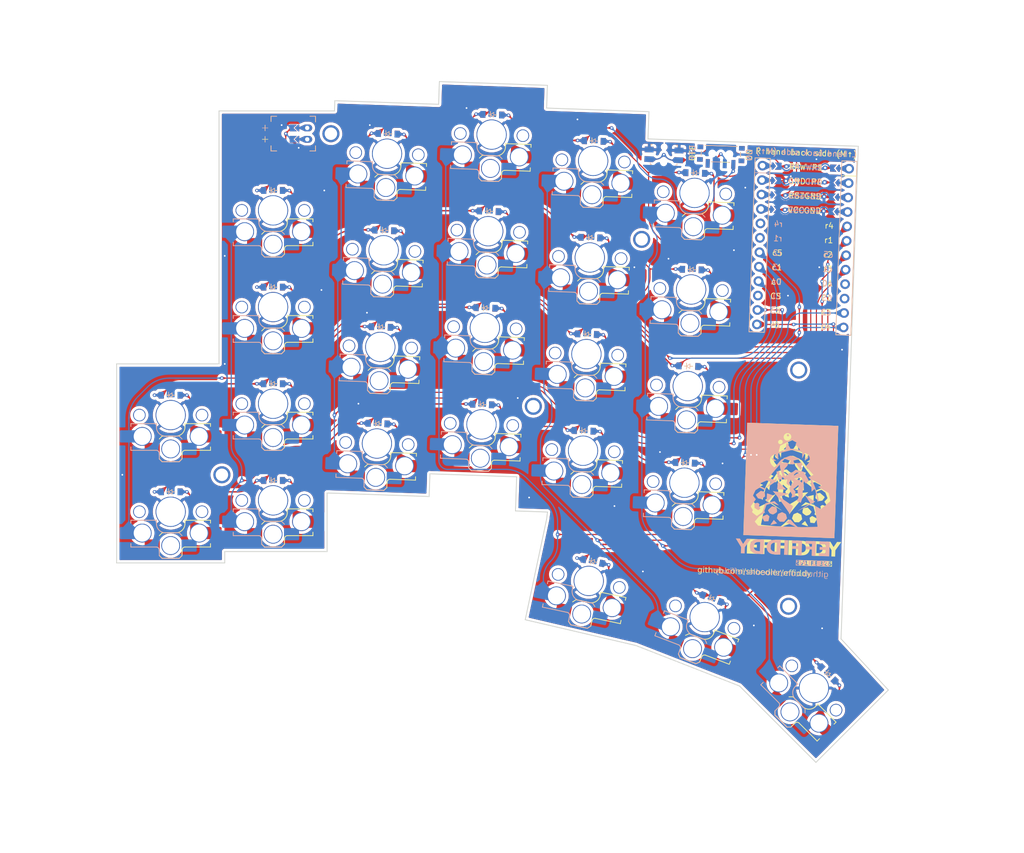
<source format=kicad_pcb>
(kicad_pcb (version 20241229) (generator "pcbnew") (generator_version "9.0")
  (title_block (title "heufti") (date "2026-02-09") (rev "v1.0.0") (company "Unknown"))
  (layers (0 "F.Cu" signal) (2 "B.Cu" signal) (13 "F.Paste" user) (15 "B.Paste" user) (5 "F.SilkS" user "F.Silkscreen") (7 "B.SilkS" user "B.Silkscreen") (1 "F.Mask" user) (3 "B.Mask" user) (25 "Edge.Cuts" user))
  (net 0 "")
  (net 1 "GND")
  (net 2 "c0_r1")
  (net 3 "c0")
  (net 4 "c0_r2")
  (net 5 "c1_r1")
  (net 6 "c1")
  (net 7 "c1_r2")
  (net 8 "c1_r3")
  (net 9 "c1_r4")
  (net 10 "c2_r1")
  (net 11 "c2")
  (net 12 "c2_r2")
  (net 13 "c2_r3")
  (net 14 "c2_r4")
  (net 15 "c3_r1")
  (net 16 "c3")
  (net 17 "c3_r2")
  (net 18 "c3_r3")
  (net 19 "c3_r4")
  (net 20 "c4_r1")
  (net 21 "c4")
  (net 22 "c4_r2")
  (net 23 "c4_r3")
  (net 24 "c4_r4")
  (net 25 "c5_r1")
  (net 26 "c5")
  (net 27 "c5_r2")
  (net 28 "c5_r3")
  (net 29 "c5_r4")
  (net 30 "c3_r0")
  (net 31 "c4_r0")
  (net 32 "c5_r0")
  (net 33 "r1")
  (net 34 "r2")
  (net 35 "r3")
  (net 36 "r4")
  (net 37 "r0")
  (net 38 "RAW")
  (net 39 "RST")
  (net 40 "VCC")
  (net 41 "P21")
  (net 42 "P20")
  (net 43 "CS")
  (net 44 "P1")
  (net 45 "P0")
  (net 46 "DA")
  (net 47 "CL")
  (net 48 "MCU1_24")
  (net 49 "MCU1_1")
  (net 50 "MCU1_23")
  (net 51 "MCU1_2")
  (net 52 "MCU1_22")
  (net 53 "MCU1_3")
  (net 54 "MCU1_21")
  (net 55 "MCU1_4")
  (net 56 "BAT_P")
  (net 57 "JST1_1")
  (net 58 "JST1_2")
  (footprint "ceoloide:diode_tht_sod123" (layer "F.Cu") (at 150 129.5)
    (property "Reference" "D2" (hide yes))
    (property "Value" "")
  )
  (footprint "ceoloide:diode_tht_sod123" (layer "F.Cu") (at 265.533276 178.520483 -45)
    (property "Reference" "D25" (hide yes))
    (property "Value" "")
  )
  (footprint "ceoloide:diode_tht_sod123" (layer "F.Cu") (at 224.37994 84.798307 -2)
    (property "Reference" "D18" (hide yes))
    (property "Value" "")
  )
  (footprint "ceoloide:diode_tht_sod123" (layer "F.Cu") (at 204.750629 131.141485 -2)
    (property "Reference" "D11" (hide yes))
    (property "Value" "")
  )
  (footprint "ceoloide:diode_tht_sod123" (layer "F.Cu") (at 168 93.5)
    (property "Reference" "D6" (hide yes))
    (property "Value" "")
  )
  (footprint "ceoloide:diode_tht_sod123" (layer "F.Cu") (at 205.34392 114.151841 -2)
    (property "Reference" "D12" (hide yes))
    (property "Value" "")
  )
  (footprint "ceoloide:mounting_hole_npth" (layer "F.Cu") (at 232.781166 102.102046 -2)
    (property "Reference" "MH2" (hide yes))
    (property "Value" "")
  )
  (footprint "ceoloide:diode_tht_sod123" (layer "F.Cu") (at 222.600066 135.767239 -2)
    (property "Reference" "D15" (hide yes))
    (property "Value" "")
  )
  (footprint "ceoloide:diode_tht_sod123" (layer "F.Cu") (at 150 146.5)
    (property "Reference" "D1" (hide yes))
    (property "Value" "")
  )
  (footprint "ceoloide:diode_tht_sod123" (layer "F.Cu") (at 206.530503 80.172552 -2)
    (property "Reference" "D14" (hide yes))
    (property "Value" "")
  )
  (footprint "ceoloide:diode_tht_sod123" (layer "F.Cu") (at 241.007895 124.40274 -2)
    (property "Reference" "D20" (hide yes))
    (property "Value" "")
  )
  (footprint "ceoloide:diode_tht_sod123" (layer "F.Cu") (at 223.193357 118.777595 -2)
    (property "Reference" "D16" (hide yes))
    (property "Value" "")
  )
  (footprint "Project:effiddy-small" (layer "F.Cu") (at 259 144.5 -2)
    (property "Reference" "G***")
    (property "Value" "LOGO" (hide yes))
  )
  (footprint "ceoloide:mounting_hole_npth" (layer "F.Cu") (at 213.745146 131.45558 -2)
    (property "Reference" "MH5" (hide yes))
    (property "Value" "")
  )
  (footprint "ceoloide:diode_tht_sod123" (layer "F.Cu") (at 241.601186 107.413096 -2)
    (property "Reference" "D21" (hide yes))
    (property "Value" "")
  )
  (footprint "ceoloide:diode_tht_sod123" (layer "F.Cu") (at 242.194477 90.423452 -2)
    (property "Reference" "D22" (hide yes))
    (property "Value" "")
  )
  (footprint "ceoloide:diode_tht_sod123" (layer "F.Cu") (at 186.96544 117.512488 -2)
    (property "Reference" "D8" (hide yes))
    (property "Value" "")
  )
  (footprint "ceoloide:diode_tht_sod123" (layer "F.Cu") (at 168 144.5)
    (property "Reference" "D3" (hide yes))
    (property "Value" "")
  )
  (footprint "ceoloide:diode_tht_sod123" (layer "F.Cu") (at 168 110.5)
    (property "Reference" "D5" (hide yes))
    (property "Value" "")
  )
  (footprint "ceoloide:mounting_hole_npth" (layer "F.Cu") (at 258.607807 166.620292 -22.66666667)
    (property "Reference" "MH4" (hide yes))
    (property "Value" "")
  )
  (footprint "ceoloide:diode_tht_sod123" (layer "F.Cu") (at 187.558731 100.522844 -2)
    (property "Reference" "D9" (hide yes))
    (property "Value" "")
  )
  (footprint "ceoloide:reset_switch_smd_side" (layer "F.Cu") (at 236.692593 87.229493 -2)
    (property "Reference" "RST1" (hide yes))
    (property "Value" "")
  )
  (footprint "ceoloide:diode_tht_sod123" (layer "F.Cu") (at 186.372148 134.502132 -2)
    (property "Reference" "D7" (hide yes))
    (property "Value" "")
  )
  (footprint "ceoloide:diode_tht_sod123" (layer "F.Cu") (at 223.786648 101.787951 -2)
    (property "Reference" "D17" (hide yes))
    (property "Value" "")
  )
  (footprint "ceoloide:diode_tht_sod123" (layer "F.Cu") (at 240.414603 141.392384 -2)
    (property "Reference" "D19" (hide yes))
    (property "Value" "")
  )
  (footprint "ceoloide:mcu_supermini_nrf52840" (layer "F.Cu") (at 261.188771 102.093452 -2)
    (property "Reference" "MCU1" (hide yes))
    (property "Value" "")
  )
  (footprint "ceoloide:mounting_hole_npth" (layer "F.Cu") (at 260.386083 125.079441 -2)
    (property "Reference" "MH6" (hide yes))
    (property "Value" "")
  )
  (footprint "ceoloide:diode_tht_sod123" (layer "F.Cu") (at 205.937212 97.162196 -2)
    (property "Reference" "D13" (hide yes))
    (property "Value" "")
  )
  (footprint "ceoloide:diode_tht_sod123" (layer "F.Cu") (at 168 127.5)
    (property "Reference" "D4" (hide yes))
    (property "Value" "")
  )
  (footprint "ceoloide:diode_tht_sod123" (layer "F.Cu") (at 224.207058 158.74049 -12)
    (property "Reference" "D23" (hide yes))
    (property "Value" "")
  )
  (footprint "ceoloide:mounting_hole_npth" (layer "F.Cu") (at 178.163305 83.515534 -1)
    (property "Reference" "MH1" (hide yes))
    (property "Value" "")
  )
  (footprint "ceoloide:battery_connector_jst_ph_2" (layer "F.Cu") (at 174 83.5 -90)
    (property "Reference" "JST1" (hide yes))
    (property "Value" "")
  )
  (footprint "ceoloide:mounting_hole_npth" (layer "F.Cu") (at 159 143.5)
    (property "Reference" "MH3" (hide yes))
    (property "Value" "")
  )
  (footprint "ceoloide:diode_tht_sod123" (layer "F.Cu") (at 188.152022 83.5332 -2)
    (property "Reference" "D10" (hide yes))
    (property "Value" "")
  )
  (footprint "ceoloide:diode_tht_sod123" (layer "F.Cu") (at 245.115908 165.261288 -21)
    (property "Reference" "D24" (hide yes))
    (property "Value" "")
  )
  (footprint "ceoloide:power_switch_smd_side" (layer "F.Cu") (at 246.703951 87.078793 88)
    (property "Reference" "PWR1" (hide yes))
    (property "Value" "")
  )
  (footprint "Project:effiddy-small" (layer "B.Cu") (at 259 144.5 178)
    (property "Reference" "G***")
    (property "Value" "LOGO" (hide yes))
  )
  (footprint "ceoloide:switch_choc_v1_v2" (layer "B.Cu") (at 240.292455 144.890252 178)
    (property "Reference" "S19" (hide yes))
    (property "Value" "")
  )
  (footprint "ceoloide:switch_choc_v1_v2" (layer "B.Cu") (at 168 97 180)
    (property "Reference" "S6" (hide yes))
    (property "Value" "")
  )
  (footprint "ceoloide:switch_choc_v1_v2" (layer "B.Cu") (at 243.86162 168.52882 159)
    (property "Reference" "S24" (hide yes))
    (property "Value" "")
  )
  (footprint "ceoloide:switch_choc_v1_v2" (layer "B.Cu") (at 168 131 180)
    (property "Reference" "S4" (hide yes))
    (property "Value" "")
  )
  (footprint "ceoloide:switch_choc_v1_v2" (layer "B.Cu") (at 223.479368 162.164006 168)
    (property "Reference" "S23" (hide yes))
    (property "Value" "")
  )
  (footprint "ceoloide:switch_choc_v1_v2" (layer "B.Cu") (at 242.072329 93.92132 178)
    (property "Reference" "S22" (hide yes))
    (property "Value" "")
  )
  (footprint "ceoloide:switch_choc_v1_v2" (layer "B.Cu") (at 223.071209 122.275463 178)
    (property "Reference" "S16" (hide yes))
    (property "Value" "")
  )
  (footprint "ceoloide:switch_choc_v1_v2" (layer "B.Cu") (at 168 114 180)
    (property "Reference" "S5" (hide yes))
    (property "Value" "")
  )
  (footprint "ceoloide:switch_choc_v1_v2" (layer "B.Cu") (at 206.408355 83.67042 178)
    (property "Reference" "S14" (hide yes))
    (property "Value" "")
  )
  (footprint "ceoloide:switch_choc_v1_v2" (layer "B.Cu") (at 204.628481 134.639353 178)
    (property "Reference" "S11" (hide yes))
    (property "Value" "")
  )
  (footprint "ceoloide:switch_choc_v1_v2" (layer "B.Cu") (at 150 133 180)
    (property "Reference" "S2" (hide yes))
    (property "Value" "")
  )
  (footprint "ceoloide:switch_choc_v1_v2" (layer "B.Cu") (at 222.477918 139.265107 178)
    (property "Reference" "S15" (hide yes))
    (property "Value" "")
  )
  (footprint "ceoloide:switch_choc_v1_v2" (layer "B.Cu") (at 224.257792 88.296175 178)
    (property "Reference" "S18" (hide yes))
    (property "Value" "")
  )
  (footprint "ceoloide:switch_choc_v1_v2" (layer "B.Cu") (at 168 148 180)
    (property "Reference" "S3" (hide yes))
    (property "Value" "")
  )
  (footprint "ceoloide:switch_choc_v1_v2" (layer "B.Cu") (at 241.479038 110.910964 178)
    (property "Reference" "S21" (hide yes))
    (property "Value" "")
  )
  (footprint "ceoloide:switch_choc_v1_v2" (layer "B.Cu") (at 186.843291 121.010356 178)
    (property "Reference" "S8" (hide yes))
    (property "Value" "")
  )
  (footprint "ceoloide:switch_choc_v1_v2" (layer "B.Cu") (at 223.6645 105.285819 178)
    (property "Reference" "S17" (hide yes))
    (property "Value" "")
  )
  (footprint "ceoloide:switch_choc_v1_v2" (layer "B.Cu") (at 150 150 180)
    (property "Reference" "S1" (hide yes))
    (property "Value" "")
  )
  (footprint "ceoloide:switch_choc_v1_v2" (layer "B.Cu") (at 188.029874 87.031068 178)
    (property "Reference" "S10" (hide yes))
    (property "Value" "")
  )
  (footprint "ceoloide:switch_choc_v1_v2" (layer "B.Cu") (at 186.25 138 178)
    (property "Reference" "S7" (hide yes))
    (property "Value" "")
  )
  (footprint "ceoloide:switch_choc_v1_v2" (layer "B.Cu") (at 205.815063 100.660064 178)
    (property "Reference" "S13" (hide yes))
    (property "Value" "")
  )
  (footprint "ceoloide:switch_choc_v1_v2" (layer "B.Cu") (at 205.221772 117.649708 178)
    (property "Reference" "S12" (hide yes))
    (property "Value" "")
  )
  (footprint "ceoloide:switch_choc_v1_v2" (layer "B.Cu") (at 263.058402 180.995356 135)
    (property "Reference" "S25" (hide yes))
    (property "Value" "")
  )
  (footprint "ceoloide:switch_choc_v1_v2" (layer "B.Cu") (at 187.436583 104.020712 178)
    (property "Reference" "S9" (hide yes))
    (property "Value" "")
  )
  (footprint "ceoloide:switch_choc_v1_v2" (layer "B.Cu") (at 240.885746 127.900608 178)
    (property "Reference" "S20" (hide yes))
    (property "Value" "")
  )
  (gr_line (start 178.849757 77.705005) (end 178.787074 79.5) (stroke (width 0.15)) (layer "Edge.Cuts"))
  (gr_line (start 197.228237 74.344358) (end 197.088639 78.341921) (stroke (width 0.15)) (layer "Edge.Cuts"))
  (gr_line (start 263.411956 194.076832) (end 276.139878 181.34891) (stroke (width 0.15)) (layer "Edge.Cuts"))
  (gr_line (start 195.569715 143.328499) (end 210.810426 143.860717) (stroke (width 0.15)) (layer "Edge.Cuts"))
  (gr_line (start 231.767294 173.526548) (end 249.976927 180.641803) (stroke (width 0.15)) (layer "Edge.Cuts"))
  (gr_line (start 270.856055 85.720862) (end 233.898582 84.430278) (stroke (width 0.15)) (layer "Edge.Cuts"))
  (gr_line (start 234.0661 79.633202) (end 216.077065 79.005011) (stroke (width 0.15)) (layer "Edge.Cuts"))
  (gr_line (start 210.601028 149.857062) (end 216.231268 150.053674) (stroke (width 0.15)) (layer "Edge.Cuts"))
  (gr_line (start 158.5 124) (end 158.5 79.5) (stroke (width 0.15)) (layer "Edge.Cuts"))
  (gr_line (start 216.216663 75.007448) (end 197.228237 74.344358) (stroke (width 0.15)) (layer "Edge.Cuts"))
  (gr_line (start 178.849757 77.705005) (end 197.088639 78.341921) (stroke (width 0.15)) (layer "Edge.Cuts"))
  (gr_line (start 233.898582 84.430278) (end 234.0661 79.633202) (stroke (width 0.15)) (layer "Edge.Cuts"))
  (gr_line (start 216.058171 151.385517) (end 212.31576 168.992173) (stroke (width 0.15)) (layer "Edge.Cuts"))
  (gr_line (start 195.430117 147.326063) (end 195.569715 143.328499) (stroke (width 0.15)) (layer "Edge.Cuts"))
  (gr_line (start 276.139878 181.34891) (end 267.830269 172.368046) (stroke (width 0.15)) (layer "Edge.Cuts"))
  (gr_line (start 158.5 124) (end 140.5 124) (stroke (width 0.15)) (layer "Edge.Cuts"))
  (gr_line (start 177.5 157) (end 177.5 146.699929) (stroke (width 0.15)) (layer "Edge.Cuts"))
  (gr_line (start 140.5 159) (end 140.5 124) (stroke (width 0.15)) (layer "Edge.Cuts"))
  (gr_line (start 210.810426 143.860717) (end 210.601028 149.857062) (stroke (width 0.15)) (layer "Edge.Cuts"))
  (gr_line (start 267.830269 172.368046) (end 270.856055 85.720862) (stroke (width 0.15)) (layer "Edge.Cuts"))
  (gr_line (start 178.787074 79.5) (end 158.5 79.5) (stroke (width 0.15)) (layer "Edge.Cuts"))
  (gr_line (start 212.31576 168.992173) (end 231.767294 173.526548) (stroke (width 0.15)) (layer "Edge.Cuts"))
  (gr_line (start 216.231268 150.053674) (end 216.058171 151.385517) (stroke (width 0.15)) (layer "Edge.Cuts"))
  (gr_line (start 140.5 159) (end 159.5 159) (stroke (width 0.15)) (layer "Edge.Cuts"))
  (gr_line (start 159.5 157) (end 177.5 157) (stroke (width 0.15)) (layer "Edge.Cuts"))
  (gr_line (start 177.5 146.699929) (end 195.430117 147.326063) (stroke (width 0.15)) (layer "Edge.Cuts"))
  (gr_line (start 216.077065 79.005011) (end 216.216663 75.007448) (stroke (width 0.15)) (layer "Edge.Cuts"))
  (gr_line (start 249.976927 180.641803) (end 263.411956 194.076832) (stroke (width 0.15)) (layer "Edge.Cuts"))
  (gr_line (start 159.5 159) (end 159.5 157) (stroke (width 0.15)) (layer "Edge.Cuts"))
  (gr_text "github.com/shoedler/effiddy" (at 242.557091 160.856299 358) (layer "F.SilkS") (effects (font (size 1.016 1.016) (thickness 0.0635)) (justify left bottom)))
  (gr_text "V1 FEB26" (at 260.5 159.5 358) (layer "F.SilkS" knockout) (effects (font (size 0.762 0.762) (thickness 0.1524) (bold yes)) (justify left bottom)))
  (gr_text "EFFIDDY" (at 250.915733 157.763993 358) (layer "F.SilkS") (effects (font (size 2.54 2.54) (thickness 0.3) (bold yes)) (justify left bottom)))
  (gr_text "github.com/shoedler/effiddy" (at 265.604009 161.703542 358) (layer "B.SilkS") (effects (font (size 1.016 1.016) (thickness 0.0635)) (justify left bottom mirror)))
  (gr_text "EFFIDDY" (at 266.057692 158.294625 358) (layer "B.SilkS") (effects (font (size 2.54 2.54) (thickness 0.3) (bold yes)) (justify left bottom mirror)))
  (gr_text "V1 FEB26" (at 265.59451 159.675747 358) (layer "B.SilkS" knockout) (effects (font (size 0.762 0.762) (thickness 0.1524) (bold yes)) (justify left bottom mirror)))
  (segment (start 259 91) (end 258.190894 91.809105) (width 0.25) (layer "F.Cu") (net 1))
  (segment (start 266.138152 97.183192) (end 264.763989 97.135205) (width 0.25) (layer "F.Cu") (net 1))
  (segment (start 258.128633 91.820396) (end 256.771259 91.772996) (width 0.25) (layer "F.Cu") (net 1))
  (segment (start 172.434946 85.750946) (end 171.184 84.5) (width 0.2) (layer "F.Cu") (net 1))
  (segment (start 172.5 85.908) (end 172.5 86) (width 0.2) (layer "F.Cu") (net 1))
  (segment (start 266.226796 94.644739) (end 264.852634 94.596752) (width 0.25) (layer "F.Cu") (net 1))
  (via (at 264.5 170.5) (size 0.6) (drill 0.3) (layers "F.Cu" "B.Cu") (net 1))
  (via (at 252.5 170) (size 0.6) (drill 0.3) (layers "F.Cu" "B.Cu") (net 1))
  (via (at 247 141.5) (size 0.6) (drill 0.3) (layers "F.Cu" "B.Cu") (net 1))
  (via (at 172.5 86) (size 0.6) (drill 0.3) (layers "F.Cu" "B.Cu") (net 1))
  (via (at 251 93) (size 0.6) (drill 0.3) (layers "F.Cu" "B.Cu") (net 1))
  (via (at 241.5 86.5) (size 0.6) (drill 0.3) (layers "F.Cu" "B.Cu") (net 1))
  (via (at 141.5 143.5) (size 0.6) (drill 0.3) (layers "F.Cu" "B.Cu") (net 1))
  (via (at 249 104) (size 0.6) (drill 0.3) (layers "F.Cu" "B.Cu") (net 1))
  (via (at 264 107) (size 0.6) (drill 0.3) (layers "F.Cu" "B.Cu") (net 1))
  (via (at 258.5 112) (size 0.6) (drill 0.3) (layers "F.Cu" "B.Cu") (net 1))
  (via (at 185 82) (size 0.6) (drill 0.3) (layers "F.Cu" "B.Cu") (net 1))
  (via (at 211 130) (size 0.6) (drill 0.3) (layers "F.Cu" "B.Cu") (net 1))
  (via (at 213 147.5) (size 0.6) (drill 0.3) (layers "F.Cu" "B.Cu") (net 1))
  (via (at 169.5 82) (size 0.6) (drill 0.3) (layers "F.Cu" "B.Cu") (net 1))
  (via (at 236 139.5) (size 0.6) (drill 0.3) (layers "F.Cu" "B.Cu") (net 1))
  (via (at 268 121.5) (size 0.6) (drill 0.3) (layers "F.Cu" "B.Cu") (net 1))
  (via (at 233 160.5) (size 0.6) (drill 0.3) (layers "F.Cu" "B.Cu") (net 1))
  (via (at 159.5 124) (size 0.6) (drill 0.3) (layers "F.Cu" "B.Cu") (net 1))
  (via (at 261 142) (size 0.6) (drill 0.3) (layers "F.Cu" "B.Cu") (net 1))
  (via (at 176.5 111) (size 0.6) (drill 0.3) (layers "F.Cu" "B.Cu") (net 1))
  (via (at 259 91) (size 0.6) (drill 0.3) (layers "F.Cu" "B.Cu") (net 1))
  (via (at 202 79) (size 0.6) (drill 0.3) (layers "F.Cu" "B.Cu") (net 1))
  (via (at 241 87) (size 0.6) (drill 0.3) (layers "F.Cu" "B.Cu") (net 1))
  (via (at 159.5 105) (size 0.6) (drill 0.3) (layers "F.Cu" "B.Cu") (net 1))
  (via (at 183 131) (size 0.6) (drill 0.3) (layers "F.Cu" "B.Cu") (net 1))
  (via (at 237.5 105.5) (size 0.6) (drill 0.3) (layers "F.Cu" "B.Cu") (net 1))
  (via (at 184.5 115) (size 0.6) (drill 0.3) (layers "F.Cu" "B.Cu") (net 1))
  (via (at 263.5 88) (size 0.6) (drill 0.3) (layers "F.Cu" "B.Cu") (net 1))
  (via (at 177 93.5) (size 0.6) (drill 0.3) (layers "F.Cu" "B.Cu") (net 1))
  (via (at 228 149) (size 0.6) (drill 0.3) (layers "F.Cu" "B.Cu") (net 1))
  (via (at 221.5 81) (size 0.6) (drill 0.3) (layers "F.Cu" "B.Cu") (net 1))
  (via (at 231.5 107) (size 0.6) (drill 0.3) (layers "F.Cu" "B.Cu") (net 1))
  (arc (start 172.434946 85.750946) (mid 172.483093 85.823003) (end 172.5 85.908) (width 0.2) (layer "F.Cu") (net 1))
  (arc (start 258.190894 91.809105) (mid 258.177738 91.817896) (end 258.162219 91.820983) (width 0.25) (layer "F.Cu") (net 1))
  (arc (start 258.128633 91.820396) (mid 258.145423 91.820836) (end 258.162219 91.820983) (width 0.25) (layer "F.Cu") (net 1))
  (segment (start 264.426892 91) (end 263.5 91) (width 0.2) (layer "B.Cu") (net 1))
  (segment (start 257.437899 97.392336) (end 257.062696 96.989981) (width 0.25) (layer "B.Cu") (net 1))
  (segment (start 257.151341 94.451528) (end 257.526544 94.853883) (width 0.25) (layer "B.Cu") (net 1))
  (segment (start 265.762298 91.553143) (end 266.315441 92.106286) (width 0.2) (layer "B.Cu") (net 1))
  (segment (start 170.330446 82) (end 169.5 82) (width 0.2) (layer "B.Cu") (net 1))
  (segment (start 171.026 82.342) (end 171.342 82.658) (width 0.2) (layer "B.Cu") (net 1))
  (segment (start 171.026 82.342) (end 170.934 82.25) (width 0.2) (layer "B.Cu") (net 1))
  (segment (start 259.193374 94.629266) (end 264.614747 94.818585) (width 0.25) (layer "B.Cu") (net 1))
  (segment (start 259 91) (end 260.5 91) (width 0.25) (layer "B.Cu") (net 1))
  (segment (start 256.76871 96.856003) (end 256.593969 96.849901) (width 0.25) (layer "B.Cu") (net 1))
  (segment (start 258.498938 97.394215) (end 258.462581 97.428119) (width 0.25) (layer "B.Cu") (net 1))
  (segment (start 263.5 91) (end 260.5 91) (width 0.2) (layer "B.Cu") (net 1))
  (segment (start 258.587582 94.855762) (end 258.551225 94.889666) (width 0.25) (layer "B.Cu") (net 1))
  (segment (start 171.342 82.658) (end 171.5 82.816) (width 0.2) (layer "B.Cu") (net 1))
  (segment (start 259.104729 97.167719) (end 264.526102 97.357038) (width 0.25) (layer "B.Cu") (net 1))
  (segment (start 256.857355 94.317551) (end 256.682614 94.311449) (width 0.25) (layer "B.Cu") (net 1))
  (arc (start 170.934 82.25) (mid 170.657087 82.064972) (end 170.330446 82) (width 0.2) (layer "B.Cu") (net 1))
  (arc (start 256.857355 94.317551) (mid 257.017673 94.3553) (end 257.151341 94.451528) (width 0.25) (layer "B.Cu") (net 1))
  (arc (start 265.762298 91.553143) (mid 265.149608 91.143757) (end 264.426892 91) (width 0.2) (layer "B.Cu") (net 1))
  (arc (start 256.76871 96.856003) (mid 256.929028 96.893753) (end 257.062696 96.989981) (width 0.25) (layer "B.Cu") (net 1))
  (arc (start 259.193374 94.629266) (mid 258.867951 94.682264) (end 258.587582 94.855762) (width 0.25) (layer "B.Cu") (net 1))
  (arc (start 257.942829 97.622446) (mid 258.222032 97.576975) (end 258.462581 97.428119) (width 0.25) (layer "B.Cu") (net 1))
  (arc (start 258.031474 95.083993) (mid 258.310676 95.038522) (end 258.551225 94.889666) (width 0.25) (layer "B.Cu") (net 1))
  (arc (start 257.526544 94.853883) (mid 257.756123 95.019156) (end 258.031474 95.083993) (width 0.25) (layer "B.Cu") (net 1))
  (arc (start 259.104729 97.167719) (mid 258.779307 97.220717) (end 258.498938 97.394215) (width 0.25) (layer "B.Cu") (net 1))
  (arc (start 257.437899 97.392336) (mid 257.667478 97.557609) (end 257.942829 97.622446) (width 0.25) (layer "B.Cu") (net 1))
  (segment (start 154.25 153) (end 155 153.75) (width 0.25) (layer "F.Cu") (net 2))
  (segment (start 153.5 147.609619) (end 153.5 151.189339) (width 0.25) (layer "F.Cu") (net 2))
  (segment (start 152.85 146.5) (end 151.65 146.5) (width 0.25) (layer "F.Cu") (net 2))
  (segment (start 153.175 146.825) (end 152.85 146.5) (width 0.25) (layer "F.Cu") (net 2))
  (via (at 152.85 146.5) (size 0.6) (drill 0.3) (layers "F.Cu" "B.Cu") (net 2))
  (arc (start 153.5 151.189339) (mid 153.694918 152.169261) (end 154.25 153) (width 0.25) (layer "F.Cu") (net 2))
  (arc (start 153.175 146.825) (mid 153.415535 147.184986) (end 153.5 147.609619) (width 0.25) (layer "F.Cu") (net 2))
  (segment (start 152.85 146.5) (end 151.65 146.5) (width 0.25) (layer "B.Cu") (net 2))
  (segment (start 182 115) (end 178.999999 117.999999) (width 0.2) (layer "F.Cu") (net 3))
  (segment (start 237.745315 123) (end 232.339107 117.593792) (width 0.2) (layer "F.Cu") (net 3))
  (segment (start 163.746036 126.5) (end 159 126.5) (width 0.2) (layer "F.Cu") (net 3))
  (segment (start 237.745315 123) (end 237.789076 123.043761) (width 0.2) (layer "F.Cu") (net 3))
  (segment (start 212.5 112) (end 208.5 112) (width 0.2) (layer "F.Cu") (net 3))
  (segment (start 216.906207 114.406207) (end 215.914213 113.414213) (width 0.2) (layer "F.Cu") (net 3))
  (segment (start 178.999999 117.999999) (end 176.09099 120.909009) (width 0.2) (layer "F.Cu") (net 3))
  (segment (start 200.439339 113.5) (end 185.62132 113.5) (width 0.2) (layer "F.Cu") (net 3))
  (segment (start 220.753963 116) (end 228.491351 116) (width 0.2) (layer "F.Cu") (net 3))
  (segment (start 167.593792 124.906206) (end 168.409009 124.09099) (width 0.2) (layer "F.Cu") (net 3))
  (segment (start 204.06066 112) (end 208.5 112) (width 0.2) (layer "F.Cu") (net 3))
  (via (at 237.745315 123) (size 0.6) (drill 0.3) (layers "F.Cu" "B.Cu") (net 3))
  (via (at 159 126.5) (size 0.6) (drill 0.3) (layers "F.Cu" "B.Cu") (net 3))
  (arc (start 176.09099 120.909009) (mid 174.328728 122.086514) (end 172.25 122.5) (width 0.2) (layer "F.Cu") (net 3))
  (arc (start 204.06066 112) (mid 203.080737 112.194918) (end 202.25 112.75) (width 0.2) (layer "F.Cu") (net 3))
  (arc (start 202.25 112.75) (mid 201.419261 113.305081) (end 200.439339 113.5) (width 0.2) (layer "F.Cu") (net 3))
  (arc (start 215.914213 113.414213) (mid 214.347758 112.367541) (end 212.5 112) (width 0.2) (layer "F.Cu") (net 3))
  (arc (start 172.25 122.5) (mid 170.17127 122.913484) (end 168.409009 124.09099) (width 0.2) (layer "F.Cu") (net 3))
  (arc (start 185.62132 113.5) (mid 183.661475 113.889837) (end 182 115) (width 0.2) (layer "F.Cu") (net 3))
  (arc (start 232.339107 117.593792) (mid 230.573741 116.414213) (end 228.491351 116) (width 0.2) (layer "F.Cu") (net 3))
  (arc (start 167.593792 124.906206) (mid 165.828426 126.085786) (end 163.746036 126.5) (width 0.2) (layer "F.Cu") (net 3))
  (arc (start 216.906207 114.406207) (mid 218.671572 115.585786) (end 220.753963 116) (width 0.2) (layer "F.Cu") (net 3))
  (segment (start 149.753963 126.5) (end 159 126.5) (width 0.2) (layer "B.Cu") (net 3))
  (segment (start 255.5 116.746036) (end 255.5 113.185743) (width 0.2) (layer "B.Cu") (net 3))
  (segment (start 142.6525 139.093144) (end 142.6525 153.75) (width 0.2) (layer "B.Cu") (net 3))
  (segment (start 249.246036 123) (end 237.745315 123) (width 0.2) (layer "B.Cu") (net 3))
  (segment (start 254.403739 110.539136) (end 253.307479 109.442876) (width 0.2) (layer "B.Cu") (net 3))
  (segment (start 142.6525 133.601463) (end 142.6525 134.406856) (width 0.2) (layer "B.Cu") (net 3))
  (segment (start 253.093792 121.406206) (end 253.906207 120.593792) (width 0.2) (layer "B.Cu") (net 3))
  (segment (start 145.906206 128.093792) (end 144.246292 129.753707) (width 0.2) (layer "B.Cu") (net 3))
  (segment (start 142.6525 134.406856) (end 142.6525 139.093144) (width 0.2) (layer "B.Cu") (net 3))
  (arc (start 255.5 116.746036) (mid 255.085786 118.828426) (end 253.906207 120.593792) (width 0.2) (layer "B.Cu") (net 3))
  (arc (start 254.403739 110.539136) (mid 255.215091 111.753409) (end 255.5 113.185743) (width 0.2) (layer "B.Cu") (net 3))
  (arc (start 149.753963 126.5) (mid 147.671572 126.914213) (end 145.906206 128.093792) (width 0.2) (layer "B.Cu") (net 3))
  (arc (start 144.246292 129.753707) (mid 143.066713 131.519072) (end 142.6525 133.601463) (width 0.2) (layer "B.Cu") (net 3))
  (arc (start 253.093792 121.406206) (mid 251.328426 122.585786) (end 249.246036 123) (width 0.2) (layer "B.Cu") (net 3))
  (segment (start 153.175 129.825) (end 152.85 129.5) (width 0.25) (layer "F.Cu") (net 4))
  (segment (start 154.25 136) (end 155 136.75) (width 0.25) (layer "F.Cu") (net 4))
  (segment (start 153.5 130.609619) (end 153.5 134.189339) (width 0.25) (layer "F.Cu") (net 4))
  (segment (start 152.85 129.5) (end 151.65 129.5) (width 0.25) (layer "F.Cu") (net 4))
  (via (at 152.85 129.5) (size 0.6) (drill 0.3) (layers "F.Cu" "B.Cu") (net 4))
  (arc (start 153.175 129.825) (mid 153.415535 130.184986) (end 153.5 130.609619) (width 0.25) (layer "F.Cu") (net 4))
  (arc (start 153.5 134.189339) (mid 153.694918 135.169261) (end 154.25 136) (width 0.25) (layer "F.Cu") (net 4))
  (segment (start 152.85 129.5) (end 151.65 129.5) (width 0.25) (layer "B.Cu") (net 4))
  (segment (start 171.5 145.609619) (end 171.5 149.189339) (width 0.25) (layer "F.Cu") (net 5))
  (segment (start 172.25 151) (end 173 151.75) (width 0.25) (layer "F.Cu") (net 5))
  (segment (start 170.85 144.5) (end 169.65 144.5) (width 0.25) (layer "F.Cu") (net 5))
  (segment (start 171.175 144.825) (end 170.85 144.5) (width 0.25) (layer "F.Cu") (net 5))
  (via (at 170.85 144.5) (size 0.6) (drill 0.3) (layers "F.Cu" "B.Cu") (net 5))
  (arc (start 171.175 144.825) (mid 171.415535 145.184986) (end 171.5 145.609619) (width 0.25) (layer "F.Cu") (net 5))
  (arc (start 171.5 149.189339) (mid 171.694918 150.169261) (end 172.25 151) (width 0.25) (layer "F.Cu") (net 5))
  (segment (start 170.85 144.5) (end 169.65 144.5) (width 0.25) (layer "B.Cu") (net 5))
  (segment (start 188.253963 130) (end 200.939339 130) (width 0.2) (layer "F.Cu") (net 6))
  (segment (start 216.75 130.25) (end 215.53033 129.03033) (width 0.2) (layer "F.Cu") (net 6))
  (segment (start 165.499999 142.999999) (end 168.406207 140.093792) (width 0.2) (layer "F.Cu") (net 6))
  (segment (start 163.292893 144.5) (end 162.5 144.5) (width 0.2) (layer "F.Cu") (net 6))
  (segment (start 183.207106 132.792893) (end 184.406207 131.593792) (width 0.2) (layer "F.Cu") (net 6))
  (segment (start 165.499999 142.999999) (end 164.5 144) (width 0.2) (layer "F.Cu") (net 6))
  (segment (start 214.25 128.5) (end 212.75 128.5) (width 0.2) (layer "F.Cu") (net 6))
  (segment (start 233.753963 138) (end 249 138) (width 0.2) (layer "F.Cu") (net 6))
  (segment (start 173.246036 138.5) (end 172.253963 138.5) (width 0.2) (layer "F.Cu") (net 6))
  (segment (start 179.792893 134.207106) (end 177.093792 136.906207) (width 0.2) (layer "F.Cu") (net 6))
  (segment (start 204.56066 128.5) (end 212.75 128.5) (width 0.2) (layer "F.Cu") (net 6))
  (segment (start 229.906207 136.406207) (end 227.593792 134.093792) (width 0.2) (layer "F.Cu") (net 6))
  (segment (start 223.746036 132.5) (end 220.06066 132.5) (width 0.2) (layer "F.Cu") (net 6))
  (segment (start 216.75 130.25) (end 218.25 131.75) (width 0.2) (layer "F.Cu") (net 6))
  (via (at 162.5 144.5) (size 0.6) (drill 0.3) (layers "F.Cu" "B.Cu") (net 6))
  (via (at 249 138) (size 0.6) (drill 0.3) (layers "F.Cu" "B.Cu") (net 6))
  (arc (start 218.25 131.75) (mid 219.080737 132.305081) (end 220.06066 132.5) (width 0.2) (layer "F.Cu") (net 6))
  (arc (start 188.253963 130) (mid 186.171572 130.414213) (end 184.406207 131.593792) (width 0.2) (layer "F.Cu") (net 6))
  (arc (start 204.56066 128.5) (mid 203.580737 128.694918) (end 202.75 129.25) (width 0.2) (layer "F.Cu") (net 6))
  (arc (start 177.093792 136.906207) (mid 175.328426 138.085786) (end 173.246036 138.5) (width 0.2) (layer "F.Cu") (net 6))
  (arc (start 183.207106 132.792893) (mid 182.423879 133.316228) (end 181.5 133.5) (width 0.2) (layer "F.Cu") (net 6))
  (arc (start 202.75 129.25) (mid 201.919261 129.805081) (end 200.939339 130) (width 0.2) (layer "F.Cu") (net 6))
  (arc (start 227.593792 134.093792) (mid 225.828426 132.914213) (end 223.746036 132.5) (width 0.2) (layer "F.Cu") (net 6))
  (arc (start 164.5 144) (mid 163.946174 144.370054) (end 163.292893 144.5) (width 0.2) (layer "F.Cu") (net 6))
  (arc (start 215.53033 129.03033) (mid 214.942909 128.637828) (end 214.25 128.5) (width 0.2) (layer "F.Cu") (net 6))
  (arc (start 172.253963 138.5) (mid 170.171572 138.914213) (end 168.406207 140.093792) (width 0.2) (layer "F.Cu") (net 6))
  (arc (start 229.906207 136.406207) (mid 231.671572 137.585786) (end 233.753963 138) (width 0.2) (layer "F.Cu") (net 6))
  (arc (start 181.5 133.5) (mid 180.57612 133.68377) (end 179.792893 134.207106) (width 0.2) (layer "F.Cu") (net 6))
  (segment (start 254.948061 108.456361) (end 253.396123 106.904423) (width 0.2) (layer "B.Cu") (net 6))
  (segment (start 161.57625 145.42375) (end 162.5 144.5) (width 0.2) (layer "B.Cu") (net 6))
  (segment (start 160.6525 115.406856) (end 160.6525 100.75) (width 0.2) (layer "B.Cu") (net 6))
  (segment (start 160.6525 137.093144) (end 160.6525 138.34612) (width 0.2) (layer "B.Cu") (net 6))
  (segment (start 256.5 116.746036) (end 256.5 112.203072) (width 0.2) (layer "B.Cu") (net 6))
  (segment (start 160.6525 132.406856) (end 160.6525 137.093144) (width 0.2) (layer "B.Cu") (net 6))
  (segment (start 160.6525 147.653879) (end 160.6525 151.75) (width 0.2) (layer "B.Cu") (net 6))
  (segment (start 162.5 142.806379) (end 162.5 144.5) (width 0.2) (layer "B.Cu") (net 6))
  (segment (start 254.906207 120.593792) (end 250.593792 124.906207) (width 0.2) (layer "B.Cu") (net 6))
  (segment (start 160.6525 132.406856) (end 160.6525 120.093144) (width 0.2) (layer "B.Cu") (net 6))
  (segment (start 249 128.753963) (end 249 138) (width 0.2) (layer "B.Cu") (net 6))
  (segment (start 160.6525 115.406856) (end 160.6525 120.093144) (width 0.2) (layer "B.Cu") (net 6))
  (arc (start 254.948061 108.456361) (mid 256.096664 110.175366) (end 256.5 112.203072) (width 0.2) (layer "B.Cu") (net 6))
  (arc (start 161.57625 145.42375) (mid 160.892574 146.446942) (end 160.6525 147.653879) (width 0.2) (layer "B.Cu") (net 6))
  (arc (start 160.6525 138.34612) (mid 160.892574 139.553057) (end 161.57625 140.57625) (width 0.2) (layer "B.Cu") (net 6))
  (arc (start 256.5 116.746036) (mid 256.085786 118.828426) (end 254.906207 120.593792) (width 0.2) (layer "B.Cu") (net 6))
  (arc (start 161.57625 140.57625) (mid 162.259925 141.599442) (end 162.5 142.806379) (width 0.2) (layer "B.Cu") (net 6))
  (arc (start 250.593792 124.906207) (mid 249.414213 126.671572) (end 249 128.753963) (width 0.2) (layer "B.Cu") (net 6))
  (segment (start 171.5 128.609619) (end 171.5 132.189339) (width 0.25) (layer "F.Cu") (net 7))
  (segment (start 171.175 127.825) (end 170.85 127.5) (width 0.25) (layer "F.Cu") (net 7))
  (segment (start 172.25 134) (end 173 134.75) (width 0.25) (layer "F.Cu") (net 7))
  (segment (start 170.85 127.5) (end 169.65 127.5) (width 0.25) (layer "F.Cu") (net 7))
  (via (at 170.85 127.5) (size 0.6) (drill 0.3) (layers "F.Cu" "B.Cu") (net 7))
  (arc (start 171.175 127.825) (mid 171.415535 128.184986) (end 171.5 128.609619) (width 0.25) (layer "F.Cu") (net 7))
  (arc (start 171.5 132.189339) (mid 171.694918 133.169261) (end 172.25 134) (width 0.25) (layer "F.Cu") (net 7))
  (segment (start 170.85 127.5) (end 169.65 127.5) (width 0.25) (layer "B.Cu") (net 7))
  (segment (start 171.175 110.825) (end 170.85 110.5) (width 0.25) (layer "F.Cu") (net 8))
  (segment (start 172.25 117) (end 173 117.75) (width 0.25) (layer "F.Cu") (net 8))
  (segment (start 170.85 110.5) (end 169.65 110.5) (width 0.25) (layer "F.Cu") (net 8))
  (segment (start 171.5 111.609619) (end 171.5 115.189339) (width 0.25) (layer "F.Cu") (net 8))
  (via (at 170.85 110.5) (size 0.6) (drill 0.3) (layers "F.Cu" "B.Cu") (net 8))
  (arc (start 171.5 115.189339) (mid 171.694918 116.169261) (end 172.25 117) (width 0.25) (layer "F.Cu") (net 8))
  (arc (start 171.175 110.825) (mid 171.415535 111.184986) (end 171.5 111.609619) (width 0.25) (layer "F.Cu") (net 8))
  (segment (start 170.85 110.5) (end 169.65 110.5) (width 0.25) (layer "B.Cu") (net 8))
  (segment (start 170.85 93.5) (end 171.175 93.825) (width 0.25) (layer "F.Cu") (net 9))
  (segment (start 172.25 100) (end 173 100.75) (width 0.25) (layer "F.Cu") (net 9))
  (segment (start 170.85 93.5) (end 169.65 93.5) (width 0.25) (layer "F.Cu") (net 9))
  (segment (start 171.5 98.189339) (end 171.5 94.609619) (width 0.25) (layer "F.Cu") (net 9))
  (via (at 170.85 93.5) (size 0.6) (drill 0.3) (layers "F.Cu" "B.Cu") (net 9))
  (arc (start 171.5 98.189339) (mid 171.694918 99.169261) (end 172.25 100) (width 0.25) (layer "F.Cu") (net 9))
  (arc (start 171.175 93.825) (mid 171.415535 94.184986) (end 171.5 94.609619) (width 0.25) (layer "F.Cu") (net 9))
  (segment (start 170.85 93.5) (end 169.65 93.5) (width 0.25) (layer "B.Cu") (net 9))
  (segment (start 190 135.932435) (end 190 140.016943) (width 0.25) (layer "F.Cu") (net 10))
  (segment (start 189.220412 134.601596) (end 188.021143 134.559716) (width 0.25) (layer "F.Cu") (net 10))
  (segment (start 190.55804 141.364172) (end 191.116081 141.922213) (width 0.25) (layer "F.Cu") (net 10))
  (segment (start 189.220412 134.601596) (end 189.610206 134.99139) (width 0.25) (layer "F.Cu") (net 10))
  (via (at 189.220412 134.601596) (size 0.6) (drill 0.3) (layers "F.Cu" "B.Cu") (net 10))
  (arc (start 189.610206 134.99139) (mid 189.898695 135.423145) (end 190 135.932435) (width 0.25) (layer "F.Cu") (net 10))
  (arc (start 190 140.016943) (mid 190.145029 140.746058) (end 190.55804 141.364172) (width 0.25) (layer "F.Cu") (net 10))
  (segment (start 189.220412 134.601596) (end 188.021143 134.559716) (width 0.25) (layer "B.Cu") (net 10))
  (segment (start 224.75 131.5) (end 221.25 131.5) (width 0.2) (layer "F.Cu") (net 11))
  (segment (start 206 127.5) (end 204 127.5) (width 0.2) (layer "F.Cu") (net 11))
  (segment (start 221 131.5) (end 221.25 131.5) (width 0.2) (layer "F.Cu") (net 11))
  (segment (start 230.406207 135.406207) (end 227.737436 132.737436) (width 0.2) (layer "F.Cu") (net 11))
  (segment (start 189.111948 129) (end 200.439339 129) (width 0.2) (layer "F.Cu") (net 11))
  (segment (start 189.111948 129) (end 184.888051 129) (width 0.2) (layer "F.Cu") (net 11))
  (segment (start 234.253963 137) (end 250 137) (width 0.2) (layer "F.Cu") (net 11))
  (segment (start 217.585786 130.085786) (end 216.593792 129.093792) (width 0.2) (layer "F.Cu") (net 11))
  (segment (start 206 127.5) (end 212.746036 127.5) (width 0.2) (layer "F.Cu") (net 11))
  (segment (start 181.282729 130.493373) (end 178.776103 133) (width 0.2) (layer "F.Cu") (net 11))
  (segment (start 254.5 114.5) (end 257.5 114.5) (width 0.2) (layer "F.Cu") (net 11))
  (segment (start 202.292893 128.207106) (end 202.25 128.25) (width 0.2) (layer "F.Cu") (net 11))
  (via (at 257.5 114.5) (size 0.6) (drill 0.3) (layers "F.Cu" "B.Cu") (net 11))
  (via (at 178.776103 133) (size 0.6) (drill 0.3) (layers "F.Cu" "B.Cu") (net 11))
  (via (at 250 137) (size 0.6) (drill 0.3) (layers "F.Cu" "B.Cu") (net 11))
  (via (at 254.5 114.5) (size 0.6) (drill 0.3) (layers "F.Cu" "B.Cu") (net 11))
  (arc (start 184.888051 129) (mid 182.936865 129.388114) (end 181.282729 130.493373) (width 0.2) (layer "F.Cu") (net 11))
  (arc (start 217.585786 130.085786) (mid 219.15224 131.132457) (end 221 131.5) (width 0.2) (layer "F.Cu") (net 11))
  (arc (start 216.593792 129.093792) (mid 214.828426 127.914213) (end 212.746036 127.5) (width 0.2) (layer "F.Cu") (net 11))
  (arc (start 227.737436 132.737436) (mid 226.366788 131.821599) (end 224.75 131.5) (width 0.2) (layer "F.Cu") (net 11))
  (arc (start 230.406207 135.406207) (mid 232.171572 136.585786) (end 234.253963 137) (width 0.2) (layer "F.Cu") (net 11))
  (arc (start 202.25 128.25) (mid 201.419261 128.805081) (end 200.439339 129) (width 0.2) (layer "F.Cu") (net 11))
  (arc (start 204 127.5) (mid 203.07612 127.68377) (end 202.292893 128.207106) (width 0.2) (layer "F.Cu") (net 11))
  (segment (start 251.593792 124.906207) (end 255.909009 120.59099) (width 0.2) (layer "B.Cu") (net 11))
  (segment (start 178.776103 133) (end 178.776103 141.491292) (width 0.2) (layer "B.Cu") (net 11))
  (segment (start 179.962686 91.535171) (end 179.962686 107.092483) (width 0.2) (layer "B.Cu") (net 11))
  (segment (start 180.259331 90.819005) (end 180.555977 90.52236) (width 0.2) (layer "B.Cu") (net 11))
  (segment (start 253.130189 114.519781) (end 254.480219 114.519781) (width 0.2) (layer "B.Cu") (net 11))
  (segment (start 257.5 114.5) (end 257.5 116.75) (width 0.2) (layer "B.Cu") (net 11))
  (segment (start 250 137) (end 250 128.753963) (width 0.2) (layer "B.Cu") (net 11))
  (segment (start 179.369394 124.082127) (end 179.369394 108.524816) (width 0.2) (layer "B.Cu") (net 11))
  (segment (start 178.776103 125.514459) (end 178.776103 133) (width 0.2) (layer "B.Cu") (net 11))
  (arc (start 180.259331 90.819005) (mid 180.039781 91.147584) (end 179.962686 91.535171) (width 0.2) (layer "B.Cu") (net 11))
  (arc (start 179.369394 124.082127) (mid 179.292298 124.469713) (end 179.072748 124.798293) (width 0.2) (layer "B.Cu") (net 11))
  (arc (start 179.962686 107.092483) (mid 179.88559 107.480069) (end 179.66604 107.80865) (width 0.2) (layer "B.Cu") (net 11))
  (arc (start 251.593792 124.906207) (mid 250.414213 126.671572) (end 250 128.753963) (width 0.2) (layer "B.Cu") (net 11))
  (arc (start 179.66604 107.80865) (mid 179.446489 108.137229) (end 179.369394 108.524816) (width 0.2) (layer "B.Cu") (net 11))
  (arc (start 257.5 116.75) (mid 257.086514 118.828728) (end 255.909009 120.59099) (width 0.2) (layer "B.Cu") (net 11))
  (arc (start 179.072748 124.798293) (mid 178.853198 125.126872) (end 178.776103 125.514459) (width 0.2) (layer "B.Cu") (net 11))
  (segment (start 189.813704 117.611952) (end 188.614435 117.570072) (width 0.25) (layer "F.Cu") (net 12))
  (segment (start 191.104686 124.327883) (end 191.709372 124.932569) (width 0.25) (layer "F.Cu") (net 12))
  (segment (start 190.5 122.868041) (end 190.5 118.783532) (width 0.25) (layer "F.Cu") (net 12))
  (segment (start 189.813704 117.611952) (end 190.156852 117.9551) (width 0.25) (layer "F.Cu") (net 12))
  (via (at 189.813704 117.611952) (size 0.6) (drill 0.3) (layers "F.Cu" "B.Cu") (net 12))
  (arc (start 190.5 122.868041) (mid 190.657152 123.658101) (end 191.104686 124.327883) (width 0.25) (layer "F.Cu") (net 12))
  (arc (start 190.156852 117.9551) (mid 190.410818 118.335187) (end 190.5 118.783532) (width 0.25) (layer "F.Cu") (net 12))
  (segment (start 189.813704 117.611952) (end 188.614435 117.570072) (width 0.25) (layer "B.Cu") (net 12))
  (segment (start 190.703497 100.91881) (end 190.406995 100.622308) (width 0.25) (layer "F.Cu") (net 13))
  (segment (start 191 101.63463) (end 191 105.719138) (width 0.25) (layer "F.Cu") (net 13))
  (segment (start 191.651332 107.291593) (end 192.302664 107.942925) (width 0.25) (layer "F.Cu") (net 13))
  (segment (start 190.406995 100.622308) (end 189.207726 100.580428) (width 0.25) (layer "F.Cu") (net 13))
  (via (at 190.406995 100.622308) (size 0.6) (drill 0.3) (layers "F.Cu" "B.Cu") (net 13))
  (arc (start 191 105.719138) (mid 191.169275 106.570144) (end 191.651332 107.291593) (width 0.25) (layer "F.Cu") (net 13))
  (arc (start 190.703497 100.91881) (mid 190.922941 101.247231) (end 191 101.63463) (width 0.25) (layer "F.Cu") (net 13))
  (segment (start 190.406995 100.622308) (end 189.207726 100.580428) (width 0.25) (layer "B.Cu") (net 13))
  (segment (start 191.5 88.570236) (end 191.5 84.485728) (width 0.25) (layer "F.Cu") (net 14))
  (segment (start 191.000286 83.632663) (end 189.801017 83.590784) (width 0.25) (layer "F.Cu") (net 14))
  (segment (start 191.000286 83.632663) (end 191.250143 83.88252) (width 0.25) (layer "F.Cu") (net 14))
  (segment (start 192.197977 90.255303) (end 192.895955 90.953281) (width 0.25) (layer "F.Cu") (net 14))
  (via (at 191.000286 83.632663) (size 0.6) (drill 0.3) (layers "F.Cu" "B.Cu") (net 14))
  (arc (start 191.5 88.570236) (mid 191.681398 89.482187) (end 192.197977 90.255303) (width 0.25) (layer "F.Cu") (net 14))
  (arc (start 191.250143 83.88252) (mid 191.435064 84.159274) (end 191.5 84.485728) (width 0.25) (layer "F.Cu") (net 14))
  (segment (start 191.000286 83.632663) (end 189.801017 83.590784) (width 0.25) (layer "B.Cu") (net 14))
  (segment (start 208 131.92568) (end 208 136.010189) (width 0.25) (layer "F.Cu") (net 15))
  (segment (start 207.799446 131.441501) (end 207.598893 131.240948) (width 0.25) (layer "F.Cu") (net 15))
  (segment (start 207.598893 131.240948) (end 206.399624 131.199069) (width 0.25) (layer "F.Cu") (net 15))
  (segment (start 208.747281 137.814285) (end 209.494562 138.561566) (width 0.25) (layer "F.Cu") (net 15))
  (via (at 207.598893 131.240948) (size 0.6) (drill 0.3) (layers "F.Cu" "B.Cu") (net 15))
  (arc (start 208 136.010189) (mid 208.194212 136.986558) (end 208.747281 137.814285) (width 0.25) (layer "F.Cu") (net 15))
  (arc (start 207.799446 131.441501) (mid 207.947877 131.663644) (end 208 131.92568) (width 0.25) (layer "F.Cu") (net 15))
  (segment (start 207.598893 131.240948) (end 206.399624 131.199069) (width 0.25) (layer "B.Cu") (net 15))
  (segment (start 245.732233 154) (end 218 154) (width 0.2) (layer "F.Cu") (net 16))
  (segment (start 251 140) (end 250.5 140.5) (width 0.2) (layer "F.Cu") (net 16))
  (segment (start 250 141.707106) (end 250 149.732233) (width 0.2) (layer "F.Cu") (net 16))
  (via (at 251 140) (size 0.6) (drill 0.3) (layers "F.Cu" "B.Cu") (net 16))
  (via (at 218 154) (size 0.6) (drill 0.3) (layers "F.Cu" "B.Cu") (net 16))
  (arc (start 250.5 140.5) (mid 250.129945 141.053825) (end 250 141.707106) (width 0.2) (layer "F.Cu") (net 16))
  (arc (start 248.75 152.75) (mid 247.365436 153.675135) (end 245.732233 154) (width 0.2) (layer "F.Cu") (net 16))
  (arc (start 250 149.732233) (mid 249.675135 151.365436) (end 248.75 152.75) (width 0.2) (layer "F.Cu") (net 16))
  (segment (start 215.51276 161.745984) (end 215.51276 164.304428) (width 0.2) (layer "B.Cu") (net 16))
  (segment (start 208.782764 142.536728) (end 198.660498 142.536728) (width 0.2) (layer "B.Cu") (net 16))
  (segment (start 218 154) (end 218 151.75) (width 0.2) (layer "B.Cu") (net 16))
  (segment (start 252.593792 124.906207) (end 257.616116 119.883883) (width 0.2) (layer "B.Cu") (net 16))
  (segment (start 198.637812 87.458358) (end 198.934458 87.161712) (width 0.2) (layer "B.Cu") (net 16))
  (segment (start 216.756379 158.743619) (end 216.762563 158.737436) (width 0.2) (layer "B.Cu") (net 16))
  (segment (start 197.747875 105.164167) (end 197.747875 120.721479) (width 0.2) (layer "B.Cu") (net 16))
  (segment (start 212.63052 144.13052) (end 216.409009 147.909009) (width 0.2) (layer "B.Cu") (net 16))
  (segment (start 197.154584 136.368675) (end 197.154584 139.892614) (width 0.2) (layer "B.Cu") (net 16))
  (segment (start 197.154584 122.153811) (end 197.154584 136.368675) (width 0.2) (layer "B.Cu") (net 16))
  (segment (start 251 128.753963) (end 251 140) (width 0.2) (layer "B.Cu") (net 16))
  (segment (start 197.154584 141.030813) (end 197.154584 139.892614) (width 0.2) (layer "B.Cu") (net 16))
  (segment (start 218 154) (end 218 155.75) (width 0.2) (layer "B.Cu") (net 16))
  (segment (start 198.341166 88.174524) (end 198.341166 103.731835) (width 0.2) (layer "B.Cu") (net 16))
  (segment (start 260.972488 115.05165) (end 268.360905 115.05165) (width 0.2) (layer "B.Cu") (net 16))
  (segment (start 258.5 117.75) (end 258.5 117.524138) (width 0.2) (layer "B.Cu") (net 16))
  (arc (start 197.451229 121.437645) (mid 197.231679 121.766224) (end 197.154584 122.153811) (width 0.2) (layer "B.Cu") (net 16))
  (arc (start 258.5 117.75) (mid 258.270286 118.904849) (end 257.616116 119.883883) (width 0.2) (layer "B.Cu") (net 16))
  (arc (start 198.04452 104.448001) (mid 197.82497 104.77658) (end 197.747875 105.164167) (width 0.2) (layer "B.Cu") (net 16))
  (arc (start 198.341166 103.731835) (mid 198.26407 104.119421) (end 198.04452 104.448001) (width 0.2) (layer "B.Cu") (net 16))
  (arc (start 198.637812 87.458358) (mid 198.418261 87.786937) (end 198.341166 88.174524) (width 0.2) (layer "B.Cu") (net 16))
  (arc (start 260.972488 115.05165) (mid 260.026307 115.239856) (end 259.224175 115.775825) (width 0.2) (layer "B.Cu") (net 16))
  (arc (start 197.595656 142.095656) (mid 198.084209 142.422097) (end 198.660498 142.536728) (width 0.2) (layer "B.Cu") (net 16))
  (arc (start 216.756379 158.743619) (mid 215.835966 160.121116) (end 215.51276 161.745984) (width 0.2) (layer "B.Cu") (net 16))
  (arc (start 197.747875 120.721479) (mid 197.670779 121.109065) (end 197.451229 121.437645) (width 0.2) (layer "B.Cu") (net 16))
  (arc (start 197.154584 141.030813) (mid 197.269214 141.607102) (end 197.595656 142.095656) (width 0.2) (layer "B.Cu") (net 16))
  (arc (start 218 155.75) (mid 217.6784 157.366788) (end 216.762563 158.737436) (width 0.2) (layer "B.Cu") (net 16))
  (arc (start 216.409009 147.909009) (mid 217.586514 149.67127) (end 218 151.75) (width 0.2) (layer "B.Cu") (net 16))
  (arc (start 259.224175 115.775825) (mid 258.688206 116.577957) (end 258.5 117.524138) (width 0.2) (layer "B.Cu") (net 16))
  (arc (start 212.63052 144.13052) (mid 210.865154 142.950941) (end 208.782764 142.536728) (width 0.2) (layer "B.Cu") (net 16))
  (arc (start 252.593792 124.906207) (mid 251.414213 126.671572) (end 251 128.753963) (width 0.2) (layer "B.Cu") (net 16))
  (segment (start 209.543926 121.027994) (end 210.087853 121.571921) (width 0.25) (layer "F.Cu") (net 17))
  (segment (start 208.192184 114.251304) (end 206.992915 114.209425) (width 0.25) (layer "F.Cu") (net 17))
  (segment (start 209 119.714839) (end 209 115.630332) (width 0.25) (layer "F.Cu") (net 17))
  (segment (start 208.192184 114.251304) (end 208.596092 114.655212) (width 0.25) (layer "F.Cu") (net 17))
  (via (at 208.192184 114.251304) (size 0.6) (drill 0.3) (layers "F.Cu" "B.Cu") (net 17))
  (arc (start 209 119.714839) (mid 209.141361 120.425513) (end 209.543926 121.027994) (width 0.25) (layer "F.Cu") (net 17))
  (arc (start 208.596092 114.655212) (mid 208.895027 115.1026) (end 209 115.630332) (width 0.25) (layer "F.Cu") (net 17))
  (segment (start 208.192184 114.251304) (end 206.992915 114.209425) (width 0.25) (layer "B.Cu") (net 17))
  (segment (start 210.090572 103.991705) (end 210.681144 104.582277) (width 0.25) (layer "F.Cu") (net 18))
  (segment (start 209.142738 97.618922) (end 208.785476 97.26166) (width 0.25) (layer "F.Cu") (net 18))
  (segment (start 209.5 98.481428) (end 209.5 102.565938) (width 0.25) (layer "F.Cu") (net 18))
  (segment (start 208.785476 97.26166) (end 207.586206 97.219781) (width 0.25) (layer "F.Cu") (net 18))
  (via (at 208.785476 97.26166) (size 0.6) (drill 0.3) (layers "F.Cu" "B.Cu") (net 18))
  (arc (start 209.142738 97.618922) (mid 209.40715 98.014643) (end 209.5 98.481428) (width 0.25) (layer "F.Cu") (net 18))
  (arc (start 209.5 102.565938) (mid 209.653484 103.337557) (end 210.090572 103.991705) (width 0.25) (layer "F.Cu") (net 18))
  (segment (start 208.785476 97.26166) (end 207.586206 97.219781) (width 0.25) (layer "B.Cu") (net 18))
  (segment (start 210 85.417034) (end 210 81.332527) (width 0.25) (layer "F.Cu") (net 19))
  (segment (start 209.378767 80.272016) (end 208.179498 80.230137) (width 0.25) (layer "F.Cu") (net 19))
  (segment (start 210.637218 86.955415) (end 211.274436 87.592633) (width 0.25) (layer "F.Cu") (net 19))
  (segment (start 209.689383 80.582632) (end 209.378767 80.272016) (width 0.25) (layer "F.Cu") (net 19))
  (via (at 209.378767 80.272016) (size 0.6) (drill 0.3) (layers "F.Cu" "B.Cu") (net 19))
  (arc (start 209.689383 80.582632) (mid 209.919273 80.926686) (end 210 81.332527) (width 0.25) (layer "F.Cu") (net 19))
  (arc (start 210 85.417034) (mid 210.165607 86.249599) (end 210.637218 86.955415) (width 0.25) (layer "F.Cu") (net 19))
  (segment (start 209.378767 80.272016) (end 208.179498 80.230137) (width 0.25) (layer "B.Cu") (net 19))
  (segment (start 225.44833 135.866703) (end 224.249061 135.824823) (width 0.25) (layer "F.Cu") (net 20))
  (segment (start 225.44833 135.866703) (end 225.724165 136.142538) (width 0.25) (layer "F.Cu") (net 20))
  (segment (start 226 136.808462) (end 226 140.89297) (width 0.25) (layer "F.Cu") (net 20))
  (segment (start 226.671999 142.51532) (end 227.343999 143.18732) (width 0.25) (layer "F.Cu") (net 20))
  (via (at 225.44833 135.866703) (size 0.6) (drill 0.3) (layers "F.Cu" "B.Cu") (net 20))
  (arc (start 226 140.89297) (mid 226.174646 141.770979) (end 226.671999 142.51532) (width 0.25) (layer "F.Cu") (net 20))
  (arc (start 225.724165 136.142538) (mid 225.928312 136.448066) (end 226 136.808462) (width 0.25) (layer "F.Cu") (net 20))
  (segment (start 225.44833 135.866703) (end 224.249061 135.824823) (width 0.25) (layer "B.Cu") (net 20))
  (segment (start 251.5 140.5) (end 252 140) (width 0.2) (layer "F.Cu") (net 21))
  (segment (start 251 150.75) (end 251 151.25) (width 0.2) (layer "F.Cu") (net 21))
  (segment (start 249.093792 153.406206) (end 250.823223 151.676776) (width 0.2) (layer "F.Cu") (net 21))
  (segment (start 251 141.707106) (end 251 150.75) (width 0.2) (layer "F.Cu") (net 21))
  (segment (start 225 155) (end 245.246036 155) (width 0.2) (layer "F.Cu") (net 21))
  (via (at 225 155) (size 0.6) (drill 0.3) (layers "F.Cu" "B.Cu") (net 21))
  (via (at 252 140) (size 0.6) (drill 0.3) (layers "F.Cu" "B.Cu") (net 21))
  (arc (start 249.093792 153.406206) (mid 247.328426 154.585786) (end 245.246036 155) (width 0.2) (layer "F.Cu") (net 21))
  (arc (start 251.5 140.5) (mid 251.129945 141.053825) (end 251 141.707106) (width 0.2) (layer "F.Cu") (net 21))
  (arc (start 251 151.25) (mid 250.954057 151.480969) (end 250.823223 151.676776) (width 0.2) (layer "F.Cu") (net 21))
  (segment (start 225 155) (end 215.798675 145.798675) (width 0.2) (layer "B.Cu") (net 21))
  (segment (start 268.253656 117.601) (end 261.034688 117.601) (width 0.2) (layer "B.Cu") (net 21))
  (segment (start 259.676776 118.323223) (end 259.9495 118.0505) (width 0.2) (layer "B.Cu") (net 21))
  (segment (start 215.597312 124.101476) (end 215.597312 127.432033) (width 0.2) (layer "B.Cu") (net 21))
  (segment (start 216.487249 92.084113) (end 216.783895 91.787467) (width 0.2) (layer "B.Cu") (net 21))
  (segment (start 268.266812 117.595551) (end 268.272261 117.590102) (width 0.2) (layer "B.Cu") (net 21))
  (segment (start 215.597312 128.105461) (end 215.597312 127.432033) (width 0.2) (layer "B.Cu") (net 21))
  (segment (start 215.004021 141.632588) (end 215.004021 137.907349) (width 0.2) (layer "B.Cu") (net 21))
  (segment (start 253.593792 124.906207) (end 259.323223 119.176776) (width 0.2) (layer "B.Cu") (net 21))
  (segment (start 235.658258 167.527448) (end 235.658258 169.396638) (width 0.2) (layer "B.Cu") (net 21))
  (segment (start 252 128.753963) (end 252 140) (width 0.2) (layer "B.Cu") (net 21))
  (segment (start 217 131.49185) (end 217 133.088629) (width 0.2) (layer "B.Cu") (net 21))
  (segment (start 216.190603 92.800279) (end 216.190603 108.35759) (width 0.2) (layer "B.Cu") (net 21))
  (segment (start 215.004021 141.632588) (end 215.004021 143.88021) (width 0.2) (layer "B.Cu") (net 21))
  (segment (start 225 155) (end 234.336541 164.336541) (width 0.2) (layer "B.Cu") (net 21))
  (segment (start 215.597312 124.101476) (end 215.597312 109.789922) (width 0.2) (layer "B.Cu") (net 21))
  (arc (start 259.676776 118.323223) (mid 259.545942 118.51903) (end 259.5 118.75) (width 0.2) (layer "B.Cu") (net 21))
  (arc (start 215.893957 109.073756) (mid 215.674407 109.402335) (end 215.597312 109.789922) (width 0.2) (layer "B.Cu") (net 21))
  (arc (start 216.298656 129.798656) (mid 216.817726 130.5755) (end 217 131.49185) (width 0.2) (layer "B.Cu") (net 21))
  (arc (start 216.487249 92.084113) (mid 216.267698 92.412692) (end 216.190603 92.800279) (width 0.2) (layer "B.Cu") (net 21))
  (arc (start 215.597312 128.105461) (mid 215.779585 129.021811) (end 216.298656 129.798656) (width 0.2) (layer "B.Cu") (net 21))
  (arc (start 216.00201 135.497989) (mid 215.263389 136.603412) (end 215.004021 137.907349) (width 0.2) (layer "B.Cu") (net 21))
  (arc (start 259.5 118.75) (mid 259.454057 118.980969) (end 259.323223 119.176776) (width 0.2) (layer "B.Cu") (net 21))
  (arc (start 216.190603 108.35759) (mid 216.113507 108.745176) (end 215.893957 109.073756) (width 0.2) (layer "B.Cu") (net 21))
  (arc (start 234.336541 164.336541) (mid 235.314754 165.800541) (end 235.658258 167.527448) (width 0.2) (layer "B.Cu") (net 21))
  (arc (start 261.034688 117.601) (mid 260.447388 117.717821) (end 259.9495 118.0505) (width 0.2) (layer "B.Cu") (net 21))
  (arc (start 215.004021 143.88021) (mid 215.210544 144.918475) (end 215.798675 145.798675) (width 0.2) (layer "B.Cu") (net 21))
  (arc (start 268.266812 117.595551) (mid 268.260776 117.599583) (end 268.253656 117.601) (width 0.2) (layer "B.Cu") (net 21))
  (arc (start 217 133.088629) (mid 216.74063 134.392565) (end 216.00201 135.497989) (width 0.2) (layer "B.Cu") (net 21))
  (arc (start 253.593792 124.906207) (mid 252.414213 126.671572) (end 252 128.753963) (width 0.2) (layer "B.Cu") (net 21))
  (segment (start 226.5 119.659559) (end 226.5 123.744068) (width 0.25) (layer "F.Cu") (net 22))
  (segment (start 227.218645 125.479031) (end 227.93729 126.197676) (width 0.25) (layer "F.Cu") (net 22))
  (segment (start 226.041621 118.877058) (end 226.27081 119.106247) (width 0.25) (layer "F.Cu") (net 22))
  (segment (start 226.041621 118.877058) (end 224.842352 118.835179) (width 0.25) (layer "F.Cu") (net 22))
  (via (at 226.041621 118.877058) (size 0.6) (drill 0.3) (layers "F.Cu" "B.Cu") (net 22))
  (arc (start 226.5 123.744068) (mid 226.686769 124.683023) (end 227.218645 125.479031) (width 0.25) (layer "F.Cu") (net 22))
  (arc (start 226.27081 119.106247) (mid 226.440435 119.360109) (end 226.5 119.659559) (width 0.25) (layer "F.Cu") (net 22))
  (segment (start 226.041621 118.877058) (end 224.842352 118.835179) (width 0.25) (layer "B.Cu") (net 22))
  (segment (start 227 102.510658) (end 227 106.595166) (width 0.25) (layer "F.Cu") (net 23))
  (segment (start 226.634912 101.887414) (end 226.817456 102.069958) (width 0.25) (layer "F.Cu") (net 23))
  (segment (start 226.634912 101.887414) (end 225.435643 101.845535) (width 0.25) (layer "F.Cu") (net 23))
  (segment (start 227.76529 108.442741) (end 228.530581 109.208032) (width 0.25) (layer "F.Cu") (net 23))
  (via (at 226.634912 101.887414) (size 0.6) (drill 0.3) (layers "F.Cu" "B.Cu") (net 23))
  (arc (start 227 106.595166) (mid 227.198892 107.595066) (end 227.76529 108.442741) (width 0.25) (layer "F.Cu") (net 23))
  (arc (start 226.817456 102.069958) (mid 226.952558 102.272152) (end 227 102.510658) (width 0.25) (layer "F.Cu") (net 23))
  (segment (start 226.634912 101.887414) (end 225.435643 101.845535) (width 0.25) (layer "B.Cu") (net 23))
  (segment (start 227.228204 84.89777) (end 226.028935 84.855891) (width 0.25) (layer "F.Cu") (net 24))
  (segment (start 228 86.215308) (end 228 90.299816) (width 0.25) (layer "F.Cu") (net 24))
  (segment (start 228.561936 91.656451) (end 229.123873 92.218388) (width 0.25) (layer "F.Cu") (net 24))
  (segment (start 227.614102 85.283668) (end 227.228204 84.89777) (width 0.25) (layer "F.Cu") (net 24))
  (via (at 227.228204 84.89777) (size 0.6) (drill 0.3) (layers "F.Cu" "B.Cu") (net 24))
  (arc (start 228 90.299816) (mid 228.146042 91.034021) (end 228.561936 91.656451) (width 0.25) (layer "F.Cu") (net 24))
  (arc (start 227.614102 85.283668) (mid 227.899708 85.711108) (end 228 86.215308) (width 0.25) (layer "F.Cu") (net 24))
  (segment (start 227.228204 84.89777) (end 226.028935 84.855891) (width 0.25) (layer "B.Cu") (net 24))
  (segment (start 244 142.750212) (end 244 146.83472) (width 0.25) (layer "F.Cu") (net 25))
  (segment (start 243.631433 141.860414) (end 243.262867 141.491848) (width 0.25) (layer "F.Cu") (net 25))
  (segment (start 243.262867 141.491848) (end 242.063598 141.449968) (width 0.25) (layer "F.Cu") (net 25))
  (segment (start 244.579268 148.233197) (end 245.158536 148.812465) (width 0.25) (layer "F.Cu") (net 25))
  (via (at 243.262867 141.491848) (size 0.6) (drill 0.3) (layers "F.Cu" "B.Cu") (net 25))
  (arc (start 243.631433 141.860414) (mid 243.904212 142.268657) (end 244 142.750212) (width 0.25) (layer "F.Cu") (net 25))
  (arc (start 244 146.83472) (mid 244.150546 147.59157) (end 244.579268 148.233197) (width 0.25) (layer "F.Cu") (net 25))
  (segment (start 243.262867 141.491848) (end 242.063598 141.449968) (width 0.25) (layer "B.Cu") (net 25))
  (segment (start 252 141.707106) (end 252 149.246036) (width 0.2) (layer "F.Cu") (net 26))
  (segment (start 260.5 115) (end 260.5 117) (width 0.2) (layer "F.Cu") (net 26))
  (segment (start 260.5 118.5) (end 260.5 117) (width 0.2) (layer "F.Cu") (net 26))
  (segment (start 249.093792 154.406206) (end 250.406207 153.093792) (width 0.2) (layer "F.Cu") (net 26))
  (segment (start 245.246036 156) (end 236.5 156) (width 0.2) (layer "F.Cu") (net 26))
  (segment (start 253 140) (end 252.5 140.5) (width 0.2) (layer "F.Cu") (net 26))
  (segment (start 260.5 114) (end 260.5 115) (width 0.2) (layer "F.Cu") (net 26))
  (via (at 253 140) (size 0.6) (drill 0.3) (layers "F.Cu" "B.Cu") (net 26))
  (via (at 236.5 156) (size 0.6) (drill 0.3) (layers "F.Cu" "B.Cu") (net 26))
  (via (at 260.5 118.5) (size 0.6) (drill 0.3) (layers "F.Cu" "B.Cu") (net 26))
  (via (at 260.5 114) (size 0.6) (drill 0.3) (layers "F.Cu" "B.Cu") (net 26))
  (arc (start 249.093792 154.406206) (mid 247.328426 155.585786) (end 245.246036 156) (width 0.2) (layer "F.Cu") (net 26))
  (arc (start 252.5 140.5) (mid 252.129945 141.053825) (end 252 141.707106) (width 0.2) (layer "F.Cu") (net 26))
  (arc (start 252 149.246036) (mid 251.585786 151.328426) (end 250.406207 153.093792) (width 0.2) (layer "F.Cu") (net 26))
  (segment (start 260.5 118.5) (end 260.5 118.75) (width 0.2) (layer "B.Cu") (net 26))
  (segment (start 238.906207 158.406207) (end 236.5 156) (width 0.2) (layer "B.Cu") (net 26))
  (segment (start 234.598432 99.960927) (end 234.598432 97.412612) (width 0.2) (layer "B.Cu") (net 26))
  (segment (start 234.005141 113.982735) (end 234.005141 107.551883) (width 0.2) (layer "B.Cu") (net 26))
  (segment (start 260.323223 119.176776) (end 254.593792 124.906207) (width 0.2) (layer "B.Cu") (net 26))
  (segment (start 259.574115 110.455318) (end 253.484768 104.365971) (width 0.2) (layer "B.Cu") (net 26))
  (segment (start 232.818558 132.404711) (end 232.818558 146.413037) (width 0.2) (layer "B.Cu") (net 26))
  (segment (start 235.5 103.942975) (end 235.5 102.137504) (width 0.2) (layer "B.Cu") (net 26))
  (segment (start 255.211284 169.965247) (end 255.211284 178.451539) (width 0.2) (layer "B.Cu") (net 26))
  (segment (start 233.411849 115.415068) (end 233.411849 130.972379) (width 0.2) (layer "B.Cu") (net 26))
  (segment (start 236.5 156) (end 234.210502 153.710502) (width 0.2) (layer "B.Cu") (net 26))
  (segment (start 249.093792 161.593792) (end 253.617491 166.117491) (width 0.2) (layer "B.Cu") (net 26))
  (segment (start 242.753963 160) (end 245.246036 160) (width 0.2) (layer "B.Cu") (net 26))
  (segment (start 253 128.753963) (end 253 140) (width 0.2) (layer "B.Cu") (net 26))
  (segment (start 232.818558 146.413037) (end 232.818558 150.350051) (width 0.2) (layer "B.Cu") (net 26))
  (segment (start 260.5 114) (end 260.5 112.690601) (width 0.2) (layer "B.Cu") (net 26))
  (arc (start 232.818558 150.350051) (mid 233.180312 152.168714) (end 234.210502 153.710502) (width 0.2) (layer "B.Cu") (net 26))
  (arc (start 234.598432 99.960927) (mid 234.715586 100.549904) (end 235.049216 101.049216) (width 0.2) (layer "B.Cu") (net 26))
  (arc (start 234.75257 105.747429) (mid 234.199391 106.575319) (end 234.005141 107.551883) (width 0.2) (layer "B.Cu") (net 26))
  (arc (start 233.411849 130.972379) (mid 233.334753 131.359965) (end 233.115203 131.688545) (width 0.2) (layer "B.Cu") (net 26))
  (arc (start 260.5 118.75) (mid 260.454057 118.980969) (end 260.323223 119.176776) (width 0.2) (layer "B.Cu") (net 26))
  (arc (start 254.593792 124.906207) (mid 253.414213 126.671572) (end 253 128.753963) (width 0.2) (layer "B.Cu") (net 26))
  (arc (start 235.5 103.942975) (mid 235.305749 104.919538) (end 234.75257 105.747429) (width 0.2) (layer "B.Cu") (net 26))
  (arc (start 249.093792 161.593792) (mid 247.328426 160.414213) (end 245.246036 160) (width 0.2) (layer "B.Cu") (net 26))
  (arc (start 235.049216 101.049216) (mid 235.382845 101.548526) (end 235.5 102.137504) (width 0.2) (layer "B.Cu") (net 26))
  (arc (start 238.906207 158.406207) (mid 240.671572 159.585786) (end 242.753963 160) (width 0.2) (layer "B.Cu") (net 26))
  (arc (start 233.115203 131.688545) (mid 232.895653 132.017124) (end 232.818558 132.404711) (width 0.2) (layer "B.Cu") (net 26))
  (arc (start 253.617491 166.117491) (mid 254.79707 167.882856) (end 255.211284 169.965247) (width 0.2) (layer "B.Cu") (net 26))
  (arc (start 259.574115 110.455318) (mid 260.25937 111.480874) (end 260.5 112.690601) (width 0.2) (layer "B.Cu") (net 26))
  (arc (start 234.005141 113.982735) (mid 233.928045 114.370321) (end 233.708495 114.698902) (width 0.2) (layer "B.Cu") (net 26))
  (arc (start 233.708495 114.698902) (mid 233.488944 115.027481) (end 233.411849 115.415068) (width 0.2) (layer "B.Cu") (net 26))
  (segment (start 244.5 125.60131) (end 244.5 129.685818) (width 0.25) (layer "F.Cu") (net 27))
  (segment (start 243.856158 124.502203) (end 244.178079 124.824124) (width 0.25) (layer "F.Cu") (net 27))
  (segment (start 245.125913 131.196907) (end 245.751827 131.822821) (width 0.25) (layer "F.Cu") (net 27))
  (segment (start 243.856158 124.502203) (end 242.656889 124.460324) (width 0.25) (layer "F.Cu") (net 27))
  (via (at 243.856158 124.502203) (size 0.6) (drill 0.3) (layers "F.Cu" "B.Cu") (net 27))
  (arc (start 244.5 129.685818) (mid 244.662669 130.503613) (end 245.125913 131.196907) (width 0.25) (layer "F.Cu") (net 27))
  (arc (start 244.178079 124.824124) (mid 244.416335 125.180699) (end 244.5 125.60131) (width 0.25) (layer "F.Cu") (net 27))
  (segment (start 243.856158 124.502203) (end 242.656889 124.460324) (width 0.25) (layer "B.Cu") (net 27))
  (segment (start 244.724725 107.787834) (end 244.44945 107.512559) (width 0.25) (layer "F.Cu") (net 28))
  (segment (start 244.44945 107.512559) (end 243.250181 107.47068) (width 0.25) (layer "F.Cu") (net 28))
  (segment (start 245 108.452406) (end 245 112.536915) (width 0.25) (layer "F.Cu") (net 28))
  (segment (start 245.672559 114.160617) (end 246.345119 114.833177) (width 0.25) (layer "F.Cu") (net 28))
  (via (at 244.44945 107.512559) (size 0.6) (drill 0.3) (layers "F.Cu" "B.Cu") (net 28))
  (arc (start 245 112.536915) (mid 245.174792 113.415656) (end 245.672559 114.160617) (width 0.25) (layer "F.Cu") (net 28))
  (arc (start 244.724725 107.787834) (mid 244.928458 108.092742) (end 245 108.452406) (width 0.25) (layer "F.Cu") (net 28))
  (segment (start 244.44945 107.512559) (end 243.250181 107.47068) (width 0.25) (layer "B.Cu") (net 28))
  (segment (start 245.5 91.303504) (end 245.5 95.388013) (width 0.25) (layer "F.Cu") (net 29))
  (segment (start 246.219205 97.124328) (end 246.93841 97.843533) (width 0.25) (layer "F.Cu") (net 29))
  (segment (start 245.27137 90.751544) (end 245.042741 90.522915) (width 0.25) (layer "F.Cu") (net 29))
  (segment (start 245.042741 90.522915) (end 243.843472 90.481036) (width 0.25) (layer "F.Cu") (net 29))
  (via (at 245.042741 90.522915) (size 0.6) (drill 0.3) (layers "F.Cu" "B.Cu") (net 29))
  (arc (start 245.27137 90.751544) (mid 245.44058 91.004785) (end 245.5 91.303504) (width 0.25) (layer "F.Cu") (net 29))
  (arc (start 245.5 95.388013) (mid 245.686915 96.3277) (end 246.219205 97.124328) (width 0.25) (layer "F.Cu") (net 29))
  (segment (start 245.042741 90.522915) (end 243.843472 90.481036) (width 0.25) (layer "B.Cu") (net 29))
  (segment (start 227.292608 166.573789) (end 227.590437 166.871618) (width 0.25) (layer "F.Cu") (net 30))
  (segment (start 226.994779 165.854766) (end 226.994779 159.333038) (width 0.25) (layer "F.Cu") (net 30))
  (segment (start 226.994779 159.333038) (end 225.821002 159.083544) (width 0.25) (layer "F.Cu") (net 30))
  (via (at 226.994779 159.333038) (size 0.6) (drill 0.3) (layers "F.Cu" "B.Cu") (net 30))
  (arc (start 226.994779 165.854766) (mid 227.072182 166.243898) (end 227.292608 166.573789) (width 0.25) (layer "F.Cu") (net 30))
  (segment (start 226.994779 159.333038) (end 225.821002 159.083544) (width 0.25) (layer "B.Cu") (net 30))
  (segment (start 247.185642 169.536642) (end 247.185642 173.821586) (width 0.25) (layer "F.Cu") (net 31))
  (segment (start 247.776612 166.282637) (end 246.656315 165.852595) (width 0.25) (layer "F.Cu") (net 31))
  (segment (start 247.5 166.754843) (end 247.5 168.777715) (width 0.25) (layer "F.Cu") (net 31))
  (segment (start 247.638306 166.420943) (end 247.776612 166.282637) (width 0.25) (layer "F.Cu") (net 31))
  (via (at 247.776612 166.282637) (size 0.6) (drill 0.3) (layers "F.Cu" "B.Cu") (net 31))
  (arc (start 247.342821 169.157179) (mid 247.226491 169.331278) (end 247.185642 169.536642) (width 0.25) (layer "F.Cu") (net 31))
  (arc (start 247.638306 166.420943) (mid 247.535944 166.574137) (end 247.5 166.754843) (width 0.25) (layer "F.Cu") (net 31))
  (arc (start 247.5 168.777715) (mid 247.45915 168.983079) (end 247.342821 169.157179) (width 0.25) (layer "F.Cu") (net 31))
  (segment (start 247.776612 166.282637) (end 246.656315 165.852595) (width 0.25) (layer "B.Cu") (net 31))
  (segment (start 267.54853 180.535737) (end 267.54853 180.993603) (width 0.25) (layer "F.Cu") (net 32))
  (segment (start 263.942285 186.120127) (end 263.942285 187.18254) (width 0.25) (layer "F.Cu") (net 32))
  (segment (start 267.224769 181.77523) (end 264.693524 184.306475) (width 0.25) (layer "F.Cu") (net 32))
  (segment (start 267.54853 180.535737) (end 266.700002 179.687209) (width 0.25) (layer "F.Cu") (net 32))
  (via (at 267.54853 180.535737) (size 0.6) (drill 0.3) (layers "F.Cu" "B.Cu") (net 32))
  (arc (start 267.54853 180.993603) (mid 267.464387 181.416616) (end 267.224769 181.77523) (width 0.25) (layer "F.Cu") (net 32))
  (arc (start 264.693524 184.306475) (mid 264.137525 185.138585) (end 263.942285 186.120127) (width 0.25) (layer "F.Cu") (net 32))
  (segment (start 267.54853 180.535737) (end 266.700002 179.687209) (width 0.25) (layer "B.Cu") (net 32))
  (segment (start 265.5 127.746036) (end 265.5 112) (width 0.2) (layer "F.Cu") (net 33))
  (segment (start 254.246036 139) (end 242.75136 139) (width 0.2) (layer "F.Cu") (net 33))
  (segment (start 161.735786 146.5) (end 157.414213 146.5) (width 0.25) (layer "F.Cu") (net 33))
  (segment (start 218.611838 135) (end 215.753963 135) (width 0.2) (layer "F.Cu") (net 33))
  (segment (start 149.35 145.5) (end 148.35 146.5) (width 0.25) (layer "F.Cu") (net 33))
  (segment (start 238.765608 141.3348) (end 237.566339 141.29292) (width 0.25) (layer "F.Cu") (net 33))
  (segment (start 166.35 144.5) (end 169.756207 141.093792) (width 0.25) (layer "F.Cu") (net 33))
  (segment (start 237.566339 141.29292) (end 235.429629 141.29292) (width 0.25) (layer "F.Cu") (net 33))
  (segment (start 222.333667 134.327058) (end 220.951071 135.709655) (width 0.25) (layer "F.Cu") (net 33))
  (segment (start 184.723153 134.444548) (end 186.531887 132.635813) (width 0.25) (layer "F.Cu") (net 33))
  (segment (start 147.15 146.5) (end 148.35 146.5) (width 0.25) (layer "F.Cu") (net 33))
  (segment (start 183.475218 134.451334) (end 183.523884 134.402669) (width 0.25) (layer "F.Cu") (net 33))
  (segment (start 265.5 106.5) (end 265.5 106.081757) (width 0.2) (layer "F.Cu") (net 33))
  (segment (start 177.593792 137.906207) (end 180.142083 135.357916) (width 0.25) (layer "F.Cu") (net 33))
  (segment (start 184.723153 134.444548) (end 183.523884 134.402669) (width 0.25) (layer "F.Cu") (net 33))
  (segment (start 166.35 144.5) (end 165.15 144.5) (width 0.25) (layer "F.Cu") (net 33))
  (segment (start 226.327058 134.327058) (end 231.782038 139.782038) (width 0.25) (layer "F.Cu") (net 33))
  (segment (start 238.765608 141.3348) (end 239.933008 140.1674) (width 0.2) (layer "F.Cu") (net 33))
  (segment (start 173.746036 139.5) (end 173.603963 139.5) (width 0.25) (layer "F.Cu") (net 33))
  (segment (start 204.116116 129.883883) (end 203.16723 130.832769) (width 0.2) (layer "F.Cu") (net 33))
  (segment (start 190.379643 131.042021) (end 201.902365 131.042021) (width 0.25) (layer "F.Cu") (net 33))
  (segment (start 263.906207 131.593792) (end 258.093792 137.406207) (width 0.2) (layer "F.Cu") (net 33))
  (segment (start 152.585786 144.5) (end 151.764213 144.5) (width 0.25) (layer "F.Cu") (net 33))
  (segment (start 219.751802 135.667775) (end 220.951071 135.709655) (width 0.25) (layer "F.Cu") (net 33))
  (segment (start 265.795742 105.367772) (end 268.804129 102.359386) (width 0.2) (layer "F.Cu") (net 33))
  (segment (start 201.902365 131.042021) (end 203.101634 131.0839) (width 0.25) (layer "F.Cu") (net 33))
  (segment (start 182.213276 134.5) (end 183.357729 134.5) (width 0.25) (layer "F.Cu") (net 33))
  (segment (start 208.383883 129.883883) (end 211.906207 133.406207) (width 0.2) (layer "F.Cu") (net 33))
  (segment (start 203.101634 130.991133) (end 203.101634 131.083901) (width 0.2) (layer "F.Cu") (net 33))
  (segment (start 164.15 145.5) (end 165.15 144.5) (width 0.25) (layer "F.Cu") (net 33))
  (segment (start 219.751802 135.667775) (end 219.417914 135.333887) (width 0.2) (layer "F.Cu") (net 33))
  (via (at 201.902365 131.042021) (size 0.6) (drill 0.3) (layers "F.Cu" "B.Cu") (net 33))
  (via (at 265.5 112) (size 0.6) (drill 0.3) (layers "F.Cu" "B.Cu") (net 33))
  (via (at 219.751802 135.667775) (size 0.6) (drill 0.3) (layers "F.Cu" "B.Cu") (net 33))
  (via (at 183.523884 134.402669) (size 0.6) (drill 0.3) (layers "F.Cu" "B.Cu") (net 33))
  (via (at 147.15 146.5) (size 0.6) (drill 0.3) (layers "F.Cu" "B.Cu") (net 33))
  (via (at 165.15 144.5) (size 0.6) (drill 0.3) (layers "F.Cu" "B.Cu") (net 33))
  (via (at 265.5 106.5) (size 0.6) (drill 0.3) (layers "F.Cu" "B.Cu") (net 33))
  (via (at 237.566339 141.29292) (size 0.6) (drill 0.3) (layers "F.Cu" "B.Cu") (net 33))
  (arc (start 258.093792 137.406207) (mid 256.328426 138.585786) (end 254.246036 139) (width 0.2) (layer "F.Cu") (net 33))
  (arc (start 155 145.5) (mid 156.10765 146.240108) (end 157.414213 146.5) (width 0.25) (layer "F.Cu") (net 33))
  (arc (start 231.782038 139.782038) (mid 233.455567 140.900254) (end 235.429629 141.29292) (width 0.25) (layer "F.Cu") (net 33))
  (arc (start 208.383883 129.883883) (mid 207.404849 129.229713) (end 206.25 129) (width 0.2) (layer "F.Cu") (net 33))
  (arc (start 206.25 129) (mid 205.09515 129.229713) (end 204.116116 129.883883) (width 0.2) (layer "F.Cu") (net 33))
  (arc (start 265.795742 105.367772) (mid 265.57686 105.695351) (end 265.5 106.081757) (width 0.2) (layer "F.Cu") (net 33))
  (arc (start 164.15 145.5) (mid 163.042349 146.240108) (end 161.735786 146.5) (width 0.25) (layer "F.Cu") (net 33))
  (arc (start 226.327058 134.327058) (mid 225.410966 133.714945) (end 224.330363 133.5) (width 0.25) (layer "F.Cu") (net 33))
  (arc (start 183.475218 134.451334) (mid 183.421313 134.487352) (end 183.357729 134.5) (width 0.25) (layer "F.Cu") (net 33))
  (arc (start 182.213276 134.5) (mid 181.092354 134.722965) (end 180.142083 135.357916) (width 0.25) (layer "F.Cu") (net 33))
  (arc (start 224.330363 133.5) (mid 223.249759 133.714945) (end 222.333667 134.327058) (width 0.25) (layer "F.Cu") (net 33))
  (arc (start 173.603963 139.5) (mid 171.521572 139.914213) (end 169.756207 141.093792) (width 0.25) (layer "F.Cu") (net 33))
  (arc (start 211.906207 133.406207) (mid 213.671572 134.585786) (end 215.753963 135) (width 0.2) (layer "F.Cu") (net 33))
  (arc (start 155 145.5) (mid 153.892349 144.759891) (end 152.585786 144.5) (width 0.25) (layer "F.Cu") (net 33))
  (arc (start 151.764213 144.5) (mid 150.45765 144.759891) (end 149.35 145.5) (width 0.25) (layer "F.Cu") (net 33))
  (arc (start 242.75136 139) (mid 241.226079 139.303397) (end 239.933008 140.1674) (width 0.2) (layer "F.Cu") (net 33))
  (arc (start 177.593792 137.906207) (mid 175.828426 139.085786) (end 173.746036 139.5) (width 0.25) (layer "F.Cu") (net 33))
  (arc (start 265.5 127.746036) (mid 265.085786 129.828426) (end 263.906207 131.593792) (width 0.2) (layer "F.Cu") (net 33))
  (arc (start 190.379643 131.042021) (mid 188.297252 131.456234) (end 186.531887 132.635813) (width 0.25) (layer "F.Cu") (net 33))
  (arc (start 219.417914 135.333887) (mid 219.048083 135.086774) (end 218.611838 135) (width 0.2) (layer "F.Cu") (net 33))
  (arc (start 203.16723 130.832769) (mid 203.118681 130.905427) (end 203.101634 130.991133) (width 0.2) (layer "F.Cu") (net 33))
  (segment (start 183.523884 134.402669) (end 184.723153 134.444548) (width 0.25) (layer "B.Cu") (net 33))
  (segment (start 165.15 144.5) (end 166.35 144.5) (width 0.25) (layer "B.Cu") (net 33))
  (segment (start 147.15 146.5) (end 148.35 146.5) (width 0.25) (layer "B.Cu") (net 33))
  (segment (start 201.902365 131.042021) (end 203.101634 131.0839) (width 0.25) (layer "B.Cu") (net 33))
  (segment (start 265.5 112) (end 265.5 106.5) (width 0.2) (layer "B.Cu") (net 33))
  (segment (start 237.566339 141.29292) (end 238.765608 141.3348) (width 0.25) (layer "B.Cu") (net 33))
  (segment (start 219.751802 135.667775) (end 220.951071 135.709655) (width 0.25) (layer "B.Cu") (net 33))
  (segment (start 264.63671 108.976612) (end 268.715484 104.897839) (width 0.2) (layer "F.Cu") (net 34))
  (segment (start 224.480604 117) (end 228.602391 117) (width 0.25) (layer "F.Cu") (net 34))
  (segment (start 221.544362 118.720011) (end 222.404367 117.860005) (width 0.25) (layer "F.Cu") (net 34))
  (segment (start 238.159631 124.303276) (end 232.450147 118.593792) (width 0.25) (layer "F.Cu") (net 34))
  (segment (start 175.967246 122.032753) (end 179.338861 118.661138) (width 0.25) (layer "F.Cu") (net 34))
  (segment (start 166.35 127.5) (end 165.15 127.5) (width 0.25) (layer "F.Cu") (net 34))
  (segment (start 260.232233 123) (end 241.655224 123) (width 0.2) (layer "F.Cu") (net 34))
  (segment (start 147.15 129.5) (end 148.35 129.5) (width 0.25) (layer "F.Cu") (net 34))
  (segment (start 166.35 127.5) (end 168.882753 124.967246) (width 0.25) (layer "F.Cu") (net 34))
  (segment (start 220.345093 118.678131) (end 221.544362 118.720011) (width 0.25) (layer "F.Cu") (net 34))
  (segment (start 190.972935 114.052377) (end 202.495656 114.052377) (width 0.25) (layer "F.Cu") (net 34))
  (segment (start 149.35 128.5) (end 148.35 129.5) (width 0.25) (layer "F.Cu") (net 34))
  (segment (start 151.764213 127.5) (end 165.15 127.5) (width 0.25) (layer "F.Cu") (net 34))
  (segment (start 264.5 118.732233) (end 264.5 113) (width 0.2) (layer "F.Cu") (net 34))
  (segment (start 206.416491 112.5) (end 211.912998 112.5) (width 0.2) (layer "F.Cu") (net 34))
  (segment (start 185.316445 117.454904) (end 187.125179 115.646169) (width 0.25) (layer "F.Cu") (net 34))
  (segment (start 202.495656 114.052377) (end 203.694925 114.094256) (width 0.25) (layer "F.Cu") (net 34))
  (segment (start 220.345093 118.678131) (end 215.760754 114.093792) (width 0.2) (layer "F.Cu") (net 34))
  (segment (start 184.117176 117.413024) (end 185.316445 117.454904) (width 0.25) (layer "F.Cu") (net 34))
  (segment (start 238.159631 124.303276) (end 239.3589 124.345156) (width 0.25) (layer "F.Cu") (net 34))
  (segment (start 184.117176 117.413024) (end 182.352076 117.413024) (width 0.25) (layer "F.Cu") (net 34))
  (segment (start 240.031478 123.672578) (end 239.3589 124.345156) (width 0.2) (layer "F.Cu") (net 34))
  (segment (start 264.5 109.5) (end 264.5 109.306661) (width 0.2) (layer "F.Cu") (net 34))
  (segment (start 204.492053 113.297128) (end 203.694925 114.094257) (width 0.2) (layer "F.Cu") (net 34))
  (via (at 264.5 109.5) (size 0.6) (drill 0.3) (layers "F.Cu" "B.Cu") (net 34))
  (via (at 238.159631 124.303276) (size 0.6) (drill 0.3) (layers "F.Cu" "B.Cu") (net 34))
  (via (at 165.15 127.5) (size 0.6) (drill 0.3) (layers "F.Cu" "B.Cu") (net 34))
  (via (at 264.5 113) (size 0.6) (drill 0.3) (layers "F.Cu" "B.Cu") (net 34))
  (via (at 220.345093 118.678131) (size 0.6) (drill 0.3) (layers "F.Cu" "B.Cu") (net 34))
  (via (at 184.117176 117.413024) (size 0.6) (drill 0.3) (layers "F.Cu" "B.Cu") (net 34))
  (via (at 202.495656 114.052377) (size 0.6) (drill 0.3) (layers "F.Cu" "B.Cu") (net 34))
  (via (at 147.15 129.5) (size 0.6) (drill 0.3) (layers "F.Cu" "B.Cu") (net 34))
  (arc (start 264.63671 108.976612) (mid 264.535529 109.128039) (end 264.5 109.306661) (width 0.2) (layer "F.Cu") (net 34))
  (arc (start 215.760754 114.093792) (mid 213.995388 112.914213) (end 211.912998 112.5) (width 0.2) (layer "F.Cu") (net 34))
  (arc (start 172.425 123.5) (mid 170.507949 123.881324) (end 168.882753 124.967246) (width 0.25) (layer "F.Cu") (net 34))
  (arc (start 190.972935 114.052377) (mid 188.890544 114.46659) (end 187.125179 115.646169) (width 0.25) (layer "F.Cu") (net 34))
  (arc (start 224.480604 117) (mid 223.356952 117.223508) (end 222.404367 117.860005) (width 0.25) (layer "F.Cu") (net 34))
  (arc (start 182.352076 117.413024) (mid 180.721336 117.737398) (end 179.338861 118.661138) (width 0.25) (layer "F.Cu") (net 34))
  (arc (start 264.5 118.732233) (mid 264.175135 120.365436) (end 263.25 121.75) (width 0.2) (layer "F.Cu") (net 34))
  (arc (start 175.967246 122.032753) (mid 174.342049 123.118674) (end 172.425 123.5) (width 0.25) (layer "F.Cu") (net 34))
  (arc (start 206.416491 112.5) (mid 205.374992 112.707166) (end 204.492053 113.297128) (width 0.2) (layer "F.Cu") (net 34))
  (arc (start 263.25 121.75) (mid 261.865436 122.675135) (end 260.232233 123) (width 0.2) (layer "F.Cu") (net 34))
  (arc (start 151.764213 127.5) (mid 150.45765 127.759891) (end 149.35 128.5) (width 0.25) (layer "F.Cu") (net 34))
  (arc (start 241.655224 123) (mid 240.776459 123.174797) (end 240.031478 123.672578) (width 0.2) (layer "F.Cu") (net 34))
  (arc (start 232.450147 118.593792) (mid 230.684781 117.414213) (end 228.602391 117) (width 0.25) (layer "F.Cu") (net 34))
  (segment (start 264.5 113) (end 264.5 109.5) (width 0.2) (layer "B.Cu") (net 34))
  (segment (start 165.15 127.5) (end 166.35 127.5) (width 0.25) (layer "B.Cu") (net 34))
  (segment (start 147.15 129.5) (end 148.35 129.5) (width 0.25) (layer "B.Cu") (net 34))
  (segment (start 184.117176 117.413024) (end 185.316445 117.454904) (width 0.25) (layer "B.Cu") (net 34))
  (segment (start 238.159631 124.303276) (end 239.3589 124.345156) (width 0.25) (layer "B.Cu") (net 34))
  (segment (start 202.495656 114.052377) (end 203.694925 114.094256) (width 0.25) (layer "B.Cu") (net 34))
  (segment (start 220.345093 118.678131) (end 221.544362 118.720011) (width 0.25) (layer "B.Cu") (net 34))
  (segment (start 203.088948 97.062733) (end 191.566226 97.062733) (width 0.25) (layer "F.Cu") (net 35))
  (segment (start 260.939339 122) (end 239.753963 122) (width 0.2) (layer "F.Cu") (net 35))
  (segment (start 234.218184 107.218184) (end 234.281816 107.281816) (width 0.2) (layer "F.Cu") (net 35))
  (segment (start 222.453643 101.730367) (end 222.137653 101.730367) (width 0.2) (layer "F.Cu") (net 35))
  (segment (start 204.288217 97.104612) (end 204.840523 96.552306) (width 0.25) (layer "F.Cu") (net 35))
  (segment (start 185.909736 100.46526) (end 187.71847 98.656525) (width 0.25) (layer "F.Cu") (net 35))
  (segment (start 216.84369 97.593792) (end 220.938385 101.688487) (width 0.25) (layer "F.Cu") (net 35))
  (segment (start 225.723554 100) (end 225.75 100) (width 0.2) (layer "F.Cu") (net 35))
  (segment (start 238.752922 107.313632) (end 239.952191 107.355512) (width 0.25) (layer "F.Cu") (net 35))
  (segment (start 231.414212 115.914212) (end 235.906207 120.406207) (width 0.2) (layer "F.Cu") (net 35))
  (segment (start 231.414212 113.085787) (end 233.189339 111.31066) (width 0.2) (layer "F.Cu") (net 35))
  (segment (start 234.25 107.294994) (end 234.25 108.75) (width 0.2) (layer "F.Cu") (net 35))
  (segment (start 220.938385 101.688487) (end 222.137654 101.730367) (width 0.25) (layer "F.Cu") (net 35))
  (segment (start 238.752922 107.313632) (end 234.358626 107.313632) (width 0.2) (layer "F.Cu") (net 35))
  (segment (start 223.634816 100.865183) (end 222.993071 101.506928) (width 0.2) (layer "F.Cu") (net 35))
  (segment (start 212.995934 96) (end 206.173907 96) (width 0.25) (layer "F.Cu") (net 35))
  (segment (start 203.088948 97.062733) (end 204.288217 97.104612) (width 0.25) (layer "F.Cu") (net 35))
  (segment (start 182.330583 100.42338) (end 184.710467 100.42338) (width 0.25) (layer "F.Cu") (net 35))
  (segment (start 166.35 110.5) (end 165.15 110.5) (width 0.25) (layer "F.Cu") (net 35))
  (segment (start 169.05953 107.790469) (end 166.35 110.5) (width 0.25) (layer "F.Cu") (net 35))
  (segment (start 265.093792 110.969339) (end 268.62684 107.436292) (width 0.2) (layer "F.Cu") (net 35))
  (segment (start 185.909736 100.46526) (end 184.710467 100.42338) (width 0.25) (layer "F.Cu") (net 35))
  (segment (start 175.290469 105.209529) (end 178.482827 102.017172) (width 0.25) (layer "F.Cu") (net 35))
  (segment (start 263.5 114.817095) (end 263.5 119.439339) (width 0.2) (layer "F.Cu") (net 35))
  (segment (start 234.218184 107.218184) (end 227.883883 100.883883) (width 0.2) (layer "F.Cu") (net 35))
  (via (at 238.752922 107.313632) (size 0.6) (drill 0.3) (layers "F.Cu" "B.Cu") (net 35))
  (via (at 184.710467 100.42338) (size 0.6) (drill 0.3) (layers "F.Cu" "B.Cu") (net 35))
  (via (at 220.938385 101.688487) (size 0.6) (drill 0.3) (layers "F.Cu" "B.Cu") (net 35))
  (via (at 203.088948 97.062733) (size 0.6) (drill 0.3) (layers "F.Cu" "B.Cu") (net 35))
  (via (at 165.15 110.5) (size 0.6) (drill 0.3) (layers "F.Cu" "B.Cu") (net 35))
  (arc (start 231.414212 113.085787) (mid 230.828426 114.499999) (end 231.414212 115.914212) (width 0.2) (layer "F.Cu") (net 35))
  (arc (start 262.75 121.25) (mid 261.919261 121.805081) (end 260.939339 122) (width 0.2) (layer "F.Cu") (net 35))
  (arc (start 191.566226 97.062733) (mid 189.483835 97.476946) (end 187.71847 98.656525) (width 0.25) (layer "F.Cu") (net 35))
  (arc (start 227.883883 100.883883) (mid 226.904849 100.229713) (end 225.75 100) (width 0.2) (layer "F.Cu") (net 35))
  (arc (start 175.290469 105.209529) (mid 173.861079 106.164617) (end 172.175 106.5) (width 0.25) (layer "F.Cu") (net 35))
  (arc (start 222.993071 101.506928) (mid 222.745579 101.672297) (end 222.453643 101.730367) (width 0.2) (layer "F.Cu") (net 35))
  (arc (start 263.5 119.439339) (mid 263.305081 120.419261) (end 262.75 121.25) (width 0.2) (layer "F.Cu") (net 35))
  (arc (start 182.330583 100.42338) (mid 180.248192 100.837593) (end 178.482827 102.017172) (width 0.25) (layer "F.Cu") (net 35))
  (arc (start 216.84369 97.593792) (mid 215.078324 96.414213) (end 212.995934 96) (width 0.25) (layer "F.Cu") (net 35))
  (arc (start 234.25 107.294994) (mid 234.241731 107.253424) (end 234.218184 107.218184) (width 0.2) (layer "F.Cu") (net 35))
  (arc (start 206.173907 96) (mid 205.452284 96.143539) (end 204.840523 96.552306) (width 0.25) (layer "F.Cu") (net 35))
  (arc (start 235.906207 120.406207) (mid 237.671572 121.585786) (end 239.753963 122) (width 0.2) (layer "F.Cu") (net 35))
  (arc (start 172.175 106.5) (mid 170.488919 106.835381) (end 169.05953 107.790469) (width 0.25) (layer "F.Cu") (net 35))
  (arc (start 234.281816 107.281816) (mid 234.261505 107.277775) (end 234.25 107.294994) (width 0.2) (layer "F.Cu") (net 35))
  (arc (start 265.093792 110.969339) (mid 263.914213 112.734704) (end 263.5 114.817095) (width 0.2) (layer "F.Cu") (net 35))
  (arc (start 225.723554 100) (mid 224.593137 100.224853) (end 223.634816 100.865183) (width 0.2) (layer "F.Cu") (net 35))
  (arc (start 234.281816 107.281816) (mid 234.317056 107.305363) (end 234.358626 107.313632) (width 0.2) (layer "F.Cu") (net 35))
  (arc (start 234.25 108.75) (mid 233.974343 110.135819) (end 233.189339 111.31066) (width 0.2) (layer "F.Cu") (net 35))
  (segment (start 165.15 110.5) (end 166.35 110.5) (width 0.25) (layer "B.Cu") (net 35))
  (segment (start 238.752922 107.313632) (end 239.952191 107.355512) (width 0.25) (layer "B.Cu") (net 35))
  (segment (start 220.938385 101.688487) (end 222.137654 101.730367) (width 0.25) (layer "B.Cu") (net 35))
  (segment (start 184.710467 100.42338) (end 185.909736 100.46526) (width 0.25) (layer "B.Cu") (net 35))
  (segment (start 203.088948 97.062733) (end 204.288217 97.104612) (width 0.25) (layer "B.Cu") (net 35))
  (segment (start 235.593792 101.593792) (end 236.906207 102.906207) (width 0.2) (layer "F.Cu") (net 36))
  (segment (start 233.911994 90.411994) (end 233.735982 90.235982) (width 0.2) (layer "F.Cu") (net 36))
  (segment (start 233.661994 90.161994) (end 233.735982 90.235982) (width 0.2) (layer "F.Cu") (net 36))
  (segment (start 180.032149 85.96785) (end 179.093792 86.906207) (width 0.25) (layer "F.Cu") (net 36))
  (segment (start 209 78.5) (end 208.141954 78.5) (width 0.25) (layer "F.Cu") (net 36))
  (segment (start 204.629899 80.106181) (end 203.682239 80.073089) (width 0.25) (layer "F.Cu") (net 36))
  (segment (start 251 113.753963) (end 251 119.292893) (width 0.2) (layer "F.Cu") (net 36))
  (segment (start 184.520627 84.216868) (end 185.303759 83.433736) (width 0.25) (layer "F.Cu") (net 36))
  (segment (start 219.365259 84.698843) (end 221.531676 84.698843) (width 0.25) (layer "F.Cu") (net 36))
  (segment (start 239.346213 90.323988) (end 233.948447 90.323988) (width 0.2) (layer "F.Cu") (net 36))
  (segment (start 241.746036 104.5) (end 240.753963 104.5) (width 0.2) (layer "F.Cu") (net 36))
  (segment (start 264.093792 104.619914) (end 268.892774 99.820933) (width 0.2) (layer "F.Cu") (net 36))
  (segment (start 249.406207 109.906207) (end 245.593792 106.093792) (width 0.2) (layer "F.Cu") (net 36))
  (segment (start 187.490835 82.487808) (end 186.503027 83.475616) (width 0.2) (layer "F.Cu") (net 36))
  (segment (start 166.35 93.5) (end 165.15 93.5) (width 0.25) (layer "F.Cu") (net 36))
  (segment (start 234 97.746036) (end 234 90.624459) (width 0.2) (layer "F.Cu") (net 36))
  (segment (start 239.346213 90.323988) (end 240.545482 90.365867) (width 0.25) (layer "F.Cu") (net 36))
  (segment (start 225.485834 83.5) (end 224.848991 83.5) (width 0.2) (layer "F.Cu") (net 36))
  (segment (start 185.303759 83.433736) (end 186.503028 83.475616) (width 0.25) (layer "F.Cu") (net 36))
  (segment (start 182.629979 85) (end 182.368747 85) (width 0.25) (layer "F.Cu") (net 36))
  (segment (start 173.603963 88.5) (end 175.246036 88.5) (width 0.25) (layer "F.Cu") (net 36))
  (segment (start 261.646446 121) (end 252.707106 121) (width 0.2) (layer "F.Cu") (net 36))
  (segment (start 262.5 120.146446) (end 262.5 108.46767) (width 0.2) (layer "F.Cu") (net 36))
  (segment (start 215.666955 83.166955) (end 212.414213 79.914213) (width 0.25) (layer "F.Cu") (net 36))
  (segment (start 228.070677 84.570677) (end 233.338006 89.838006) (width 0.2) (layer "F.Cu") (net 36))
  (segment (start 166.35 93.5) (end 169.756207 90.093792) (width 0.25) (layer "F.Cu") (net 36))
  (segment (start 221.531676 84.698843) (end 222.730945 84.740722) (width 0.25) (layer "F.Cu") (net 36))
  (segment (start 202.968783 80.786544) (end 203.682239 80.073089) (width 0.2) (layer "F.Cu") (net 36))
  (segment (start 223.351306 84.120361) (end 222.730945 84.740723) (width 0.2) (layer "F.Cu") (net 36))
  (segment (start 206.192515 79.307483) (end 205.563054 79.936945) (width 0.25) (layer "F.Cu") (net 36))
  (segment (start 189.875614 81.5) (end 201.246349 81.5) (width 0.2) (layer "F.Cu") (net 36))
  (segment (start 233.338006 89.838006) (end 233.661994 90.161994) (width 0.2) (layer "F.Cu") (net 36))
  (via (at 203.682239 80.073089) (size 0.6) (drill 0.3) (layers "F.Cu" "B.Cu") (net 36))
  (via (at 185.303759 83.433736) (size 0.6) (drill 0.3) (layers "F.Cu" "B.Cu") (net 36))
  (via (at 239.346213 90.323988) (size 0.6) (drill 0.3) (layers "F.Cu" "B.Cu") (net 36))
  (via (at 165.15 93.5) (size 0.6) (drill 0.3) (layers "F.Cu" "B.Cu") (net 36))
  (via (at 221.531676 84.698843) (size 0.6) (drill 0.3) (layers "F.Cu" "B.Cu") (net 36))
  (arc (start 184.520627 84.216868) (mid 183.65319 84.79647) (end 182.629979 85) (width 0.25) (layer "F.Cu") (net 36))
  (arc (start 202.968783 80.786544) (mid 202.178523 81.314578) (end 201.246349 81.5) (width 0.2) (layer "F.Cu") (net 36))
  (arc (start 189.875614 81.5) (mid 188.58498 81.756722) (end 187.490835 82.487808) (width 0.2) (layer "F.Cu") (net 36))
  (arc (start 262.5 120.146446) (mid 262.435027 120.473087) (end 262.25 120.75) (width 0.2) (layer "F.Cu") (net 36))
  (arc (start 233.948447 90.323988) (mid 233.900818 90.355812) (end 233.911994 90.411994) (width 0.2) (layer "F.Cu") (net 36))
  (arc (start 251 119.292893) (mid 251.129945 119.946174) (end 251.5 120.5) (width 0.2) (layer "F.Cu") (net 36))
  (arc (start 205.563054 79.936945) (mid 205.365867 80.068701) (end 205.13327 80.114968) (width 0.25) (layer "F.Cu") (net 36))
  (arc (start 249.406207 109.906207) (mid 250.585786 111.671572) (end 251 113.753963) (width 0.2) (layer "F.Cu") (net 36))
  (arc (start 224.848991 83.5) (mid 224.038449 83.661226) (end 223.351306 84.120361) (width 0.2) (layer "F.Cu") (net 36))
  (arc (start 234 97.746036) (mid 234.414213 99.828426) (end 235.593792 101.593792) (width 0.2) (layer "F.Cu") (net 36))
  (arc (start 245.593792 106.093792) (mid 243.828426 104.914213) (end 241.746036 104.5) (width 0.2) (layer "F.Cu") (net 36))
  (arc (start 182.368747 85) (mid 181.104189 85.251536) (end 180.032149 85.96785) (width 0.25) (layer "F.Cu") (net 36))
  (arc (start 179.093792 86.906207) (mid 177.328426 88.085786) (end 175.246036 88.5) (width 0.25) (layer "F.Cu") (net 36))
  (arc (start 228.070677 84.570677) (mid 226.88474 83.778259) (end 225.485834 83.5) (width 0.2) (layer "F.Cu") (net 36))
  (arc (start 212.414213 79.914213) (mid 210.847758 78.867541) (end 209 78.5) (width 0.25) (layer "F.Cu") (net 36))
  (arc (start 262.25 120.75) (mid 261.973087 120.935027) (end 261.646446 121) (width 0.2) (layer "F.Cu") (net 36))
  (arc (start 215.666955 83.166955) (mid 217.363751 84.300718) (end 219.365259 84.698843) (width 0.25) (layer "F.Cu") (net 36))
  (arc (start 208.141954 78.5) (mid 207.086925 78.709857) (end 206.192515 79.307483) (width 0.25) (layer "F.Cu") (net 36))
  (arc (start 233.735982 90.235982) (mid 233.833461 90.301115) (end 233.948447 90.323988) (width 0.2) (layer "F.Cu") (net 36))
  (arc (start 264.093792 104.619914) (mid 262.914213 106.385279) (end 262.5 108.46767) (width 0.2) (layer "F.Cu") (net 36))
  (arc (start 251.5 120.5) (mid 252.053825 120.870054) (end 252.707106 121) (width 0.2) (layer "F.Cu") (net 36))
  (arc (start 233.911994 90.411994) (mid 233.977127 90.509473) (end 234 90.624459) (width 0.2) (layer "F.Cu") (net 36))
  (arc (start 173.603963 88.5) (mid 171.521572 88.914213) (end 169.756207 90.093792) (width 0.25) (layer "F.Cu") (net 36))
  (arc (start 204.629899 80.106181) (mid 204.881546 80.112771) (end 205.13327 80.114968) (width 0.25) (layer "F.Cu") (net 36))
  (arc (start 236.906207 102.906207) (mid 238.671572 104.085786) (end 240.753963 104.5) (width 0.2) (layer "F.Cu") (net 36))
  (segment (start 239.346213 90.323988) (end 240.545482 90.365867) (width 0.25) (layer "B.Cu") (net 36))
  (segment (start 203.682239 80.073089) (end 204.881508 80.114968) (width 0.25) (layer "B.Cu") (net 36))
  (segment (start 185.303759 83.433736) (end 186.503028 83.475616) (width 0.25) (layer "B.Cu") (net 36))
  (segment (start 165.15 93.5) (end 166.35 93.5) (width 0.25) (layer "B.Cu") (net 36))
  (segment (start 221.531676 84.698843) (end 222.730945 84.740722) (width 0.25) (layer "B.Cu") (net 36))
  (segment (start 263.518022 176.505228) (end 263.505228 176.505228) (width 0.25) (layer "F.Cu") (net 37))
  (segment (start 266.5 117) (end 266.5 127.656856) (width 0.2) (layer "F.Cu") (net 37))
  (segment (start 259.5 117.058234) (end 253.041545 117.058234) (width 0.2) (layer "F.Cu") (net 37))
  (segment (start 263.518022 176.505228) (end 264.36655 177.353756) (width 0.25) (layer "F.Cu") (net 37))
  (segment (start 242.455203 164.23994) (end 243.5755 164.669981) (width 0.25) (layer "F.Cu") (net 37))
  (segment (start 251.408612 164.669981) (end 243.5755 164.669981) (width 0.25) (layer "F.Cu") (net 37))
  (segment (start 266.5 147.416017) (end 266.5 132.343144) (width 0.25) (layer "F.Cu") (net 37))
  (segment (start 266.5 127.656856) (end 266.5 132.343144) (width 0.2) (layer "F.Cu") (net 37))
  (segment (start 251.591387 164.669981) (end 251.408612 164.669981) (width 0.25) (layer "F.Cu") (net 37))
  (segment (start 221.419338 158.147941) (end 222.593115 158.397435) (width 0.25) (layer "F.Cu") (net 37))
  (segment (start 225.832239 156.5) (end 232.461299 156.5) (width 0.2) (layer "F.Cu") (net 37))
  (segment (start 251.56462 164.60536) (end 264.906207 151.263773) (width 0.25) (layer "F.Cu") (net 37))
  (segment (start 242.455203 164.23994) (end 236.309055 158.093792) (width 0.2) (layer "F.Cu") (net 37))
  (segment (start 223.541832 157.448718) (end 222.593114 158.397436) (width 0.2) (layer "F.Cu") (net 37))
  (segment (start 263.518022 176.505228) (end 251.747395 164.734601) (width 0.25) (layer "F.Cu") (net 37))
  (via (at 221.419338 158.147941) (size 0.6) (drill 0.3) (layers "F.Cu" "B.Cu") (net 37))
  (via (at 242.455203 164.23994) (size 0.6) (drill 0.3) (layers "F.Cu" "B.Cu") (net 37))
  (via (at 259.5 117.058234) (size 0.6) (drill 0.3) (layers "F.Cu" "B.Cu") (net 37))
  (via (at 263.518022 176.505228) (size 0.6) (drill 0.3) (layers "F.Cu" "B.Cu") (net 37))
  (via (at 266.5 117) (size 0.6) (drill 0.3) (layers "F.Cu" "B.Cu") (net 37))
  (arc (start 251.56462 164.60536) (mid 251.556414 164.646613) (end 251.591387 164.669981) (width 0.25) (layer "F.Cu") (net 37))
  (arc (start 225.832239 156.5) (mid 224.592679 156.746563) (end 223.541832 157.448718) (width 0.2) (layer "F.Cu") (net 37))
  (arc (start 251.408612 164.669981) (mid 251.493043 164.653186) (end 251.56462 164.60536) (width 0.25) (layer "F.Cu") (net 37))
  (arc (start 266.5 147.416017) (mid 266.085786 149.498407) (end 264.906207 151.263773) (width 0.25) (layer "F.Cu") (net 37))
  (arc (start 236.309055 158.093792) (mid 234.543689 156.914213) (end 232.461299 156.5) (width 0.2) (layer "F.Cu") (net 37))
  (arc (start 251.747395 164.734601) (mid 251.675818 164.686775) (end 251.591387 164.669981) (width 0.25) (layer "F.Cu") (net 37))
  (segment (start 263.518022 176.505228) (end 264.36655 177.353756) (width 0.25) (layer "B.Cu") (net 37))
  (segment (start 242.455203 164.23994) (end 243.5755 164.669981) (width 0.25) (layer "B.Cu") (net 37))
  (segment (start 266.5 117) (end 259.599411 117) (width 0.2) (layer "B.Cu") (net 37))
  (segment (start 259.529117 117.029117) (end 259.5 117.058234) (width 0.2) (layer "B.Cu") (net 37))
  (segment (start 221.419338 158.147941) (end 222.593115 158.397435) (width 0.25) (layer "B.Cu") (net 37))
  (arc (start 259.599411 117) (mid 259.561368 117.007567) (end 259.529117 117.029117) (width 0.2) (layer "B.Cu") (net 37))
  (segment (start 246.212453 87.566838) (end 246.694857 87.084435) (width 0.2) (layer "F.Cu") (net 38))
  (segment (start 245.893857 88.335998) (end 245.893857 88.786561) (width 0.2) (layer "F.Cu") (net 38))
  (segment (start 250.424127 90.105604) (end 252.015185 88.514546) (width 0.2) (layer "F.Cu") (net 38))
  (segment (start 256.322689 88.066945) (end 256.637028 88.381284) (width 0.2) (layer "F.Cu") (net 38))
  (segment (start 246.446928 90.446928) (end 246.285345 90.285345) (width 0.2) (layer "F.Cu") (net 38))
  (segment (start 257.174902 89.245543) (end 258.234066 89.28253) (width 0.25) (layer "F.Cu") (net 38))
  (segment (start 255.025741 87.529732) (end 254.392738 87.529732) (width 0.2) (layer "F.Cu") (net 38))
  (segment (start 245.893857 89.340209) (end 245.893857 88.786561) (width 0.2) (layer "F.Cu") (net 38))
  (segment (start 247.782161 91) (end 248.264866 91) (width 0.2) (layer "F.Cu") (net 38))
  (via (at 246.694857 87.084435) (size 0.6) (drill 0.3) (layers "F.Cu" "B.Cu") (net 38))
  (arc (start 246.446928 90.446928) (mid 247.059538 90.856261) (end 247.782161 91) (width 0.2) (layer "F.Cu") (net 38))
  (arc (start 254.392738 87.529732) (mid 253.106015 87.785676) (end 252.015185 88.514546) (width 0.2) (layer "F.Cu") (net 38))
  (arc (start 245.893857 89.340209) (mid 245.995601 89.851712) (end 246.285345 90.285345) (width 0.2) (layer "F.Cu") (net 38))
  (arc (start 256.637028 88.381284) (mid 256.801979 88.628151) (end 256.859903 88.919351) (width 0.2) (layer "F.Cu") (net 38))
  (arc (start 246.212453 87.566838) (mid 245.976657 87.919731) (end 245.893857 88.335998) (width 0.2) (layer "F.Cu") (net 38))
  (arc (start 256.322689 88.066945) (mid 255.727644 87.669349) (end 255.025741 87.529732) (width 0.2) (layer "F.Cu") (net 38))
  (arc (start 250.424127 90.105604) (mid 249.433449 90.767554) (end 248.264866 91) (width 0.2) (layer "F.Cu") (net 38))
  (arc (start 256.859903 88.919351) (mid 256.951507 89.146081) (end 257.174902 89.245543) (width 0.2) (layer "F.Cu") (net 38))
  (segment (start 247.0439 87.433478) (end 246.694857 87.084435) (width 0.2) (layer "B.Cu") (net 38))
  (segment (start 264.535473 88.989615) (end 264.493945 89.028342) (width 0.25) (layer "B.Cu") (net 38))
  (segment (start 266.229345 89.561731) (end 266.404086 89.567834) (width 0.25) (layer "B.Cu") (net 38))
  (segment (start 265.560155 89.025398) (end 265.935358 89.427753) (width 0.25) (layer "B.Cu") (net 38))
  (segment (start 263.875915 89.259413) (end 258.46161 89.070342) (width 0.25) (layer "B.Cu") (net 38))
  (segment (start 247.392943 88.276142) (end 247.392943 88.838911) (width 0.2) (layer "B.Cu") (net 38))
  (arc (start 265.055225 88.795288) (mid 264.776022 88.840759) (end 264.535473 88.989615) (width 0.25) (layer "B.Cu") (net 38))
  (arc (start 247.0439 87.433478) (mid 247.302229 87.820095) (end 247.392943 88.276142) (width 0.2) (layer "B.Cu") (net 38))
  (arc (start 263.875915 89.259413) (mid 264.207911 89.205344) (end 264.493945 89.028342) (width 0.25) (layer "B.Cu") (net 38))
  (arc (start 265.935358 89.427753) (mid 266.069026 89.52398) (end 266.229345 89.561731) (width 0.25) (layer "B.Cu") (net 38))
  (arc (start 265.055225 88.795288) (mid 265.330576 88.860124) (end 265.560155 89.025398) (width 0.25) (layer "B.Cu") (net 38))
  (segment (start 242.75 87) (end 242.792893 87) (width 0.2) (layer "F.Cu") (net 39))
  (segment (start 238.514786 88.170586) (end 238.342501 88.170586) (width 0.2) (layer "F.Cu") (net 39))
  (segment (start 260 91.042145) (end 260 88.616079) (width 0.2) (layer "F.Cu") (net 39))
  (segment (start 258.056776 94.359436) (end 256.682614 94.311449) (width 0.25) (layer "F.Cu") (net 39))
  (segment (start 236.674037 87.193222) (end 237.162719 87.681904) (width 0.2) (layer "F.Cu") (net 39))
  (segment (start 236.276966 87.590293) (end 236.674037 87.193222) (width 0.2) (layer "F.Cu") (net 39))
  (segment (start 259.028388 93.387824) (end 258.056776 94.359436) (width 0.2) (layer "F.Cu") (net 39))
  (segment (start 235.318351 87.987364) (end 234.039528 87.987364) (width 0.2) (layer "F.Cu") (net 39))
  (segment (start 241.469669 87.530329) (end 241.374976 87.625023) (width 0.2) (layer "F.Cu") (net 39))
  (segment (start 247.701865 86) (end 245.207106 86) (width 0.2) (layer "F.Cu") (net 39))
  (segment (start 240.057871 88.170586) (end 238.514786 88.170586) (width 0.2) (layer "F.Cu") (net 39))
  (segment (start 250.426866 87.128732) (end 258.512652 87.128732) (width 0.2) (layer "F.Cu") (net 39))
  (via (at 236.674037 87.193222) (size 0.6) (drill 0.3) (layers "F.Cu" "B.Cu") (net 39))
  (arc (start 244 86.5) (mid 243.446174 86.870054) (end 242.792893 87) (width 0.2) (layer "F.Cu") (net 39))
  (arc (start 260 91.042145) (mid 259.747486 92.311617) (end 259.028388 93.387824) (width 0.2) (layer "F.Cu") (net 39))
  (arc (start 242.75 87) (mid 242.05709 87.137828) (end 241.469669 87.530329) (width 0.2) (layer "F.Cu") (net 39))
  (arc (start 259.564366 87.564366) (mid 259.081835 87.241949) (end 258.512652 87.128732) (width 0.2) (layer "F.Cu") (net 39))
  (arc (start 249.064366 86.564366) (mid 248.439245 86.146673) (end 247.701865 86) (width 0.2) (layer "F.Cu") (net 39))
  (arc (start 241.374976 87.625023) (mid 240.770683 88.028798) (end 240.057871 88.170586) (width 0.2) (layer "F.Cu") (net 39))
  (arc (start 249.064366 86.564366) (mid 249.689486 86.982058) (end 250.426866 87.128732) (width 0.2) (layer "F.Cu") (net 39))
  (arc (start 237.162719 87.681904) (mid 237.704007 88.043581) (end 238.342501 88.170586) (width 0.2) (layer "F.Cu") (net 39))
  (arc (start 236.276966 87.590293) (mid 235.837149 87.884168) (end 235.318351 87.987364) (width 0.2) (layer "F.Cu") (net 39))
  (arc (start 259.564366 87.564366) (mid 259.886782 88.046896) (end 260 88.616079) (width 0.2) (layer "F.Cu") (net 39))
  (arc (start 245.207106 86) (mid 244.553825 86.129945) (end 244 86.5) (width 0.2) (layer "F.Cu") (net 39))
  (segment (start 236.276966 87.590293) (end 236.674037 87.193222) (width 0.2) (layer "B.Cu") (net 39))
  (segment (start 235.318351 87.987364) (end 234.039528 87.987364) (width 0.2) (layer "B.Cu") (net 39))
  (segment (start 238.342501 88.170586) (end 239.286329 88.170586) (width 0.2) (layer "B.Cu") (net 39))
  (segment (start 236.674037 87.193222) (end 237.162719 87.681904) (width 0.2) (layer "B.Cu") (net 39))
  (segment (start 265.758068 94.504659) (end 265.382865 94.102303) (width 0.25) (layer "B.Cu") (net 39))
  (segment (start 264.316655 94.105246) (end 264.358184 94.06652) (width 0.25) (layer "B.Cu") (net 39))
  (segment (start 263.698625 94.336318) (end 258.28432 94.147247) (width 0.25) (layer "B.Cu") (net 39))
  (segment (start 266.052055 94.638637) (end 266.226796 94.644739) (width 0.25) (layer "B.Cu") (net 39))
  (arc (start 265.758068 94.504659) (mid 265.891736 94.600886) (end 266.052055 94.638637) (width 0.25) (layer "B.Cu") (net 39))
  (arc (start 264.877936 93.872193) (mid 264.598733 93.917664) (end 264.358184 94.06652) (width 0.25) (layer "B.Cu") (net 39))
  (arc (start 236.276966 87.590293) (mid 235.837149 87.884168) (end 235.318351 87.987364) (width 0.2) (layer "B.Cu") (net 39))
  (arc (start 263.698625 94.336318) (mid 264.030621 94.282249) (end 264.316655 94.105246) (width 0.25) (layer "B.Cu") (net 39))
  (arc (start 264.877936 93.872193) (mid 265.153286 93.937029) (end 265.382865 94.102303) (width 0.25) (layer "B.Cu") (net 39))
  (arc (start 237.162719 87.681904) (mid 237.704007 88.043581) (end 238.342501 88.170586) (width 0.2) (layer "B.Cu") (net 39))
  (segment (start 256.593969 96.849901) (end 257.968132 96.897888) (width 0.25) (layer "F.Cu") (net 40))
  (segment (start 265.963411 97.177089) (end 266.138152 97.183192) (width 0.25) (layer "B.Cu") (net 40))
  (segment (start 263.609981 96.874771) (end 258.195676 96.6857) (width 0.25) (layer "B.Cu") (net 40))
  (segment (start 265.669424 97.043111) (end 265.29422 96.640755) (width 0.25) (layer "B.Cu") (net 40))
  (segment (start 264.22801 96.643699) (end 264.269539 96.604973) (width 0.25) (layer "B.Cu") (net 40))
  (arc (start 263.609981 96.874771) (mid 263.941977 96.820702) (end 264.22801 96.643699) (width 0.25) (layer "B.Cu") (net 40))
  (arc (start 264.789291 96.410646) (mid 264.510088 96.456117) (end 264.269539 96.604973) (width 0.25) (layer "B.Cu") (net 40))
  (arc (start 264.789291 96.410646) (mid 265.064641 96.475482) (end 265.29422 96.640755) (width 0.25) (layer "B.Cu") (net 40))
  (arc (start 265.669424 97.043111) (mid 265.803092 97.139338) (end 265.963411 97.177089) (width 0.25) (layer "B.Cu") (net 40))
  (segment (start 266.404086 89.567834) (end 265.029923 89.519847) (width 0.25) (layer "F.Cu") (net 44))
  (segment (start 257.32863 89.374623) (end 257.703834 89.776979) (width 0.25) (layer "B.Cu") (net 44))
  (segment (start 258.728514 89.81276) (end 258.764872 89.778857) (width 0.25) (layer "B.Cu") (net 44))
  (segment (start 259.370663 89.552361) (end 264.792037 89.74168) (width 0.25) (layer "B.Cu") (net 44))
  (segment (start 257.034644 89.240645) (end 256.859903 89.234543) (width 0.25) (layer "B.Cu") (net 44))
  (arc (start 257.034644 89.240645) (mid 257.194962 89.278395) (end 257.32863 89.374623) (width 0.25) (layer "B.Cu") (net 44))
  (arc (start 258.208764 90.007088) (mid 258.487966 89.961616) (end 258.728514 89.81276) (width 0.25) (layer "B.Cu") (net 44))
  (arc (start 257.703834 89.776979) (mid 257.933413 89.942251) (end 258.208764 90.007088) (width 0.25) (layer "B.Cu") (net 44))
  (arc (start 259.370663 89.552361) (mid 259.045241 89.605359) (end 258.764872 89.778857) (width 0.25) (layer "B.Cu") (net 44))
  (segment (start 266.315441 92.106286) (end 264.941279 92.058299) (width 0.25) (layer "F.Cu") (net 45))
  (segment (start 257.615189 92.315431) (end 257.239986 91.913075) (width 0.25) (layer "B.Cu") (net 45))
  (segment (start 256.946 91.779098) (end 256.771259 91.772996) (width 0.25) (layer "B.Cu") (net 45))
  (segment (start 259.28202 92.090813) (end 264.703392 92.280132) (width 0.25) (layer "B.Cu") (net 45))
  (segment (start 258.63987 92.351214) (end 258.676228 92.31731) (width 0.25) (layer "B.Cu") (net 45))
  (arc (start 256.946 91.779098) (mid 257.106318 91.816847) (end 257.239986 91.913075) (width 0.25) (layer "B.Cu") (net 45))
  (arc (start 258.120119 92.545541) (mid 258.399321 92.50007) (end 258.63987 92.351214) (width 0.25) (layer "B.Cu") (net 45))
  (arc (start 259.28202 92.090813) (mid 258.956597 92.143811) (end 258.676228 92.31731) (width 0.25) (layer "B.Cu") (net 45))
  (arc (start 257.615189 92.315431) (mid 257.844768 92.480704) (end 258.120119 92.545541) (width 0.25) (layer "B.Cu") (net 45))
  (segment (start 254.016636 89.135254) (end 256.135345 89.209241) (width 0.25) (layer "F.Cu") (net 48))
  (segment (start 254.016636 89.135254) (end 256.135345 89.209241) (width 0.25) (layer "B.Cu") (net 48))
  (segment (start 267.128644 89.593136) (end 269.247353 89.667123) (width 0.25) (layer "F.Cu") (net 49))
  (segment (start 269.247353 89.667123) (end 267.128644 89.593136) (width 0.25) (layer "B.Cu") (net 49))
  (segment (start 253.927992 91.673707) (end 256.0467 91.747694) (width 0.25) (layer "F.Cu") (net 50))
  (segment (start 253.927992 91.673707) (end 256.0467 91.747694) (width 0.25) (layer "B.Cu") (net 50))
  (segment (start 267.039999 92.131588) (end 269.158708 92.205575) (width 0.25) (layer "F.Cu") (net 51))
  (segment (start 269.158708 92.205575) (end 267.039999 92.131588) (width 0.25) (layer "B.Cu") (net 51))
  (segment (start 253.839347 94.21216) (end 255.958056 94.286147) (width 0.25) (layer "F.Cu") (net 52))
  (segment (start 253.839347 94.21216) (end 255.958056 94.286147) (width 0.25) (layer "B.Cu") (net 52))
  (segment (start 266.951355 94.670041) (end 269.070063 94.744028) (width 0.25) (layer "F.Cu") (net 53))
  (segment (start 269.070063 94.744028) (end 266.951355 94.670041) (width 0.25) (layer "B.Cu") (net 53))
  (segment (start 253.750702 96.750612) (end 255.869411 96.824599) (width 0.25) (layer "F.Cu") (net 54))
  (segment (start 253.750702 96.750612) (end 255.869411 96.824599) (width 0.25) (layer "B.Cu") (net 54))
  (segment (start 266.86271 97.208494) (end 268.981418 97.282481) (width 0.25) (layer "F.Cu") (net 55))
  (segment (start 268.981418 97.282481) (end 266.86271 97.208494) (width 0.25) (layer "B.Cu") (net 55))
  (segment (start 182.656852 82.343146) (end 183.085786 81.914213) (width 0.2) (layer "F.Cu") (net 56))
  (segment (start 203.12132 77.5) (end 210.5 77.5) (width 0.2) (layer "F.Cu") (net 56))
  (segment (start 170.237324 83.446675) (end 171.184 82.5) (width 0.2) (layer "F.Cu") (net 56))
  (segment (start 170.222449 83.503626) (end 170.222449 85.319084) (width 0.2) (layer "F.Cu") (net 56))
  (segment (start 227.5 82.5) (end 219.253963 82.5) (width 0.2) (layer "F.Cu") (net 56))
  (segment (start 172.403364 87.5) (end 175.246036 87.5) (width 0.2) (layer "F.Cu") (net 56))
  (segment (start 190.5 80.5) (end 186.5 80.5) (width 0.2) (layer "F.Cu") (net 56))
  (segment (start 190.5 80.5) (end 195.878679 80.5) (width 0.2) (layer "F.Cu") (net 56))
  (segment (start 248.89203 90.10797) (end 248.89203 88.89126) (width 0.2) (layer "F.Cu") (net 56))
  (segment (start 179.343146 85.656852) (end 179.093792 85.906207) (width 0.2) (layer "F.Cu") (net 56))
  (segment (start 182.656852 82.343146) (end 179.343146 85.656852) (width 0.2) (layer "F.Cu") (net 56))
  (segment (start 215.406207 80.906207) (end 212.353553 77.853553) (width 0.2) (layer "F.Cu") (net 56))
  (segment (start 211.5 77.5) (end 210.5 77.5) (width 0.2) (layer "F.Cu") (net 56))
  (segment (start 170.222449 83.482588) (end 170.222449 83.503626) (width 0.2) (layer "F.Cu") (net 56))
  (via (at 170.222449 83.503626) (size 0.6) (drill 0.3) (layers "F.Cu" "B.Cu") (net 56))
  (via (at 227.5 82.5) (size 0.6) (drill 0.3) (layers "F.Cu" "B.Cu") (net 56))
  (via (at 248.89203 90.10797) (size 0.6) (drill 0.3) (layers "F.Cu" "B.Cu") (net 56))
  (arc (start 203.12132 77.5) (mid 201.161475 77.889837) (end 199.5 79) (width 0.2) (layer "F.Cu") (net 56))
  (arc (start 179.093792 85.906207) (mid 177.328426 87.085786) (end 175.246036 87.5) (width 0.2) (layer "F.Cu") (net 56))
  (arc (start 170.222449 85.319084) (mid 170.388461 86.153684) (end 170.861224 86.861224) (width 0.2) (layer "F.Cu") (net 56))
  (arc (start 215.406207 80.906207) (mid 217.171572 82.085786) (end 219.253963 82.5) (width 0.2) (layer "F.Cu") (net 56))
  (arc (start 170.861224 86.861224) (mid 171.568764 87.333987) (end 172.403364 87.5) (width 0.2) (layer "F.Cu") (net 56))
  (arc (start 170.237324 83.446675) (mid 170.226314 83.463152) (end 170.222449 83.482588) (width 0.2) (layer "F.Cu") (net 56))
  (arc (start 186.5 80.5) (mid 184.65224 80.867541) (end 183.085786 81.914213) (width 0.2) (layer "F.Cu") (net 56))
  (arc (start 199.5 79) (mid 197.838523 80.110162) (end 195.878679 80.5) (width 0.2) (layer "F.Cu") (net 56))
  (arc (start 212.353553 77.853553) (mid 211.961939 77.591885) (end 211.5 77.5) (width 0.2) (layer "F.Cu") (net 56))
  (segment (start 242.085786 97.5) (end 241.914213 97.5) (width 0.2) (layer "B.Cu") (net 56))
  (segment (start 247.853553 91.146446) (end 248.89203 90.10797) (width 0.2) (layer "B.Cu") (net 56))
  (segment (start 170.23476 83.55076) (end 171.184 84.5) (width 0.2) (layer "B.Cu") (net 56))
  (segment (start 238.5 94.25) (end 238.5 94.06066) (width 0.2) (layer "B.Cu") (net 56))
  (segment (start 227.5 82.5) (end 231.292893 86.292893) (width 0.2) (layer "B.Cu") (net 56))
  (segment (start 245.5 93.207106) (end 245.5 94.085786) (width 0.2) (layer "B.Cu") (net 56))
  (segment (start 239.383883 96.383883) (end 239.5 96.5) (width 0.2) (layer "B.Cu") (net 56))
  (segment (start 235.939339 91.5) (end 235.75 91.5) (width 0.2) (layer "B.Cu") (net 56))
  (segment (start 233.616116 90.616116) (end 232.707106 89.707106) (width 0.2) (layer "B.Cu") (net 56))
  (segment (start 170.222449 83.521037) (end 170.222449 83.503626) (width 0.2) (layer "B.Cu") (net 56))
  (segment (start 248.89203 90.10797) (end 248.89203 88.89126) (width 0.2) (layer "B.Cu") (net 56))
  (segment (start 245.999999 91.999999) (end 246.146446 91.853553) (width 0.2) (layer "B.Cu") (net 56))
  (arc (start 170.222449 83.521037) (mid 170.225648 83.537123) (end 170.23476 83.55076) (width 0.2) (layer "B.Cu") (net 56))
  (arc (start 247.853553 91.146446) (mid 247.461939 91.408114) (end 247 91.5) (width 0.2) (layer "B.Cu") (net 56))
  (arc (start 244.5 96.5) (mid 243.392349 97.240108) (end 242.085786 97.5) (width 0.2) (layer "B.Cu") (net 56))
  (arc (start 233.616116 90.616116) (mid 234.59515 91.270286) (end 235.75 91.5) (width 0.2) (layer "B.Cu") (net 56))
  (arc (start 239.5 96.5) (mid 240.60765 97.240108) (end 241.914213 97.5) (width 0.2) (layer "B.Cu") (net 56))
  (arc (start 245.999999 91.999999) (mid 245.629945 92.553824) (end 245.5 93.207106) (width 0.2) (layer "B.Cu") (net 56))
  (arc (start 232 88) (mid 232.18377 88.923879) (end 232.707106 89.707106) (width 0.2) (layer "B.Cu") (net 56))
  (arc (start 247 91.5) (mid 246.53806 91.591885) (end 246.146446 91.853553) (width 0.2) (layer "B.Cu") (net 56))
  (arc (start 237.75 92.25) (mid 236.919261 91.694918) (end 235.939339 91.5) (width 0.2) (layer "B.Cu") (net 56))
  (arc (start 245.5 94.085786) (mid 245.240108 95.392349) (end 244.5 96.5) (width 0.2) (layer "B.Cu") (net 56))
  (arc (start 237.75 92.25) (mid 238.305081 93.080737) (end 238.5 94.06066) (width 0.2) (layer "B.Cu") (net 56))
  (arc (start 238.5 94.25) (mid 238.729713 95.404849) (end 239.383883 96.383883) (width 0.2) (layer "B.Cu") (net 56))
  (arc (start 231.292893 86.292893) (mid 231.816228 87.07612) (end 232 88) (width 0.2) (layer "B.Cu") (net 56))
  (segment (start 172.2 82.5) (end 174 82.5) (width 0.25) (layer "F.Cu") (net 57))
  (segment (start 172.2 82.5) (end 174 82.5) (width 0.25) (layer "B.Cu") (net 57))
  (segment (start 172.2 84.5) (end 174 84.5) (width 0.25) (layer "F.Cu") (net 58))
  (segment (start 172.2 84.5) (end 174 84.5) (width 0.25) (layer "B.Cu") (net 58))
  (zone (net 1) (net_name "GND") (layers "F.Cu" "B.Cu") (connect_pads (clearance 0.508)) (min_thickness 0.25) (fill yes (thermal_gap 0.5) (thermal_bridge_width 0.5) (smoothing chamfer) (radius 0.5) (island_removal_mode 2) (island_area_min 7.74192))
    (polygon (pts (xy 120 60) (xy 300 60) (xy 300 210) (xy 120 210)))
  )
)
</source>
